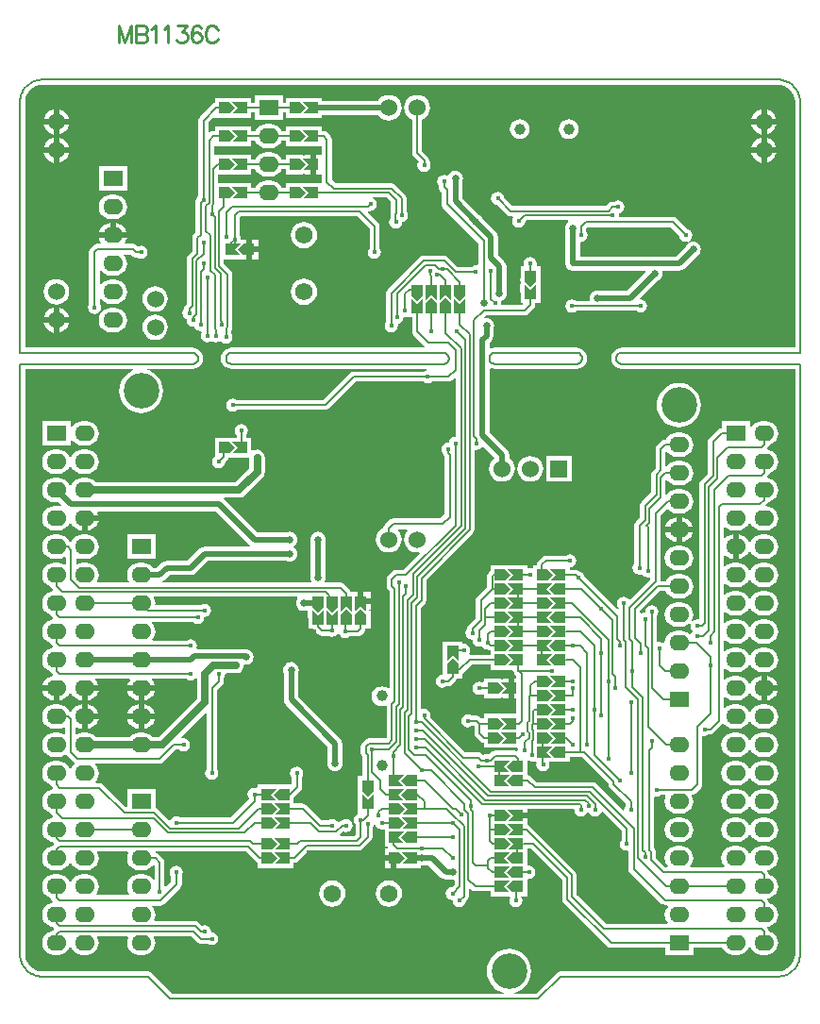
<source format=gbr>
%FSTAX23Y23*%
%MOIN*%
%SFA1B1*%

%IPPOS*%
%ADD26R,0.040000X0.032000*%
%ADD40C,0.005000*%
%ADD41C,0.008000*%
%ADD42C,0.020000*%
%ADD43C,0.025000*%
%ADD44C,0.010000*%
%ADD45O,0.070000X0.055000*%
%ADD46R,0.070000X0.055000*%
%ADD47C,0.060000*%
%ADD48R,0.060000X0.060000*%
%ADD49C,0.039370*%
%ADD50C,0.062000*%
%ADD51C,0.125980*%
%ADD52C,0.016000*%
%ADD53C,0.025000*%
%ADD54R,0.032000X0.040000*%
%LNmb1136-1*%
%LPD*%
G36*
X02261Y0303D02*
X02272Y03027D01*
X02283Y03021*
X02292Y03014*
X02299Y03004*
X02305Y02994*
X02309Y02982*
X0231Y02971*
X0231Y0297*
Y02102*
X01698*
X01697Y02102*
X01688Y02101*
X01679Y02097*
X01671Y02091*
X01665Y02084*
X01661Y02075*
X0166Y02065*
X01661Y02055*
X01665Y02046*
X01671Y02038*
X01679Y02032*
X01688Y02029*
X01697Y02027*
X01698Y02027*
X0231*
Y-0004*
X0231Y-00041*
X02309Y-00052*
X02305Y-00064*
X02299Y-00074*
X02292Y-00084*
X02283Y-00091*
X02272Y-00097*
X02261Y-001*
X02249Y-00101*
X02249Y-00101*
X01481*
X01474Y-00103*
X01468Y-00107*
X01395Y-0018*
X0132*
X01319Y-00175*
X01329Y-00172*
X01343Y-00165*
X01355Y-00155*
X01365Y-00143*
X01372Y-00129*
X01376Y-00115*
X01378Y-001*
X01376Y-00084*
X01372Y-0007*
X01365Y-00056*
X01355Y-00044*
X01343Y-00034*
X01329Y-00027*
X01315Y-00023*
X013Y-00021*
X01284Y-00023*
X0127Y-00027*
X01256Y-00034*
X01244Y-00044*
X01234Y-00056*
X01227Y-0007*
X01223Y-00084*
X01221Y-001*
X01223Y-00115*
X01227Y-00129*
X01234Y-00143*
X01244Y-00155*
X01256Y-00165*
X0127Y-00172*
X0128Y-00175*
X01279Y-0018*
X0011*
X00037Y-00107*
X00031Y-00103*
X00024Y-00101*
X-00349*
X-00349Y-00101*
X-00361Y-001*
X-00372Y-00097*
X-00383Y-00091*
X-00392Y-00084*
X-00399Y-00074*
X-00405Y-00064*
X-00409Y-00052*
X-0041Y-00041*
X-0041Y-0004*
Y-0004*
Y02027*
X-00029*
X-00028Y02022*
X-00029Y02022*
X-00043Y02015*
X-00055Y02005*
X-00065Y01993*
X-00072Y01979*
X-00076Y01965*
X-00078Y0195*
X-00076Y01934*
X-00072Y0192*
X-00065Y01906*
X-00055Y01894*
X-00043Y01884*
X-00029Y01877*
X-00015Y01873*
X0Y01871*
X00015Y01873*
X00029Y01877*
X00043Y01884*
X00055Y01894*
X00065Y01906*
X00072Y0192*
X00076Y01934*
X00078Y0195*
X00076Y01965*
X00072Y01979*
X00065Y01993*
X00055Y02005*
X00043Y02015*
X00029Y02022*
X00015Y02026*
X00015Y02027*
X00182*
X00182Y02027*
X00191Y02029*
X00201Y02032*
X00208Y02038*
X00214Y02046*
X00218Y02055*
X00219Y02065*
X00218Y02075*
X00214Y02084*
X00208Y02091*
X00201Y02097*
X00191Y02101*
X00182Y02102*
X00182Y02102*
X-0041*
Y0297*
X-0041Y02971*
X-00409Y02982*
X-00405Y02994*
X-00399Y03004*
X-00392Y03014*
X-00383Y03021*
X-00372Y03027*
X-00361Y0303*
X-00349Y03031*
X-00349Y03031*
X02249*
X02249Y03031*
X02261Y0303*
G37*
%LNmb1136-2*%
%LPC*%
G36*
X019Y01978D02*
X01884Y01976D01*
X0187Y01972*
X01856Y01965*
X01844Y01955*
X01834Y01943*
X01827Y01929*
X01823Y01915*
X01821Y019*
X01823Y01884*
X01827Y0187*
X01834Y01856*
X01844Y01844*
X01856Y01834*
X0187Y01827*
X01884Y01823*
X019Y01821*
X01915Y01823*
X01929Y01827*
X01943Y01834*
X01955Y01844*
X01965Y01856*
X01972Y0187*
X01976Y01884*
X01978Y019*
X01976Y01915*
X01972Y01929*
X01965Y01943*
X01955Y01955*
X01943Y01965*
X01929Y01972*
X01915Y01976*
X019Y01978*
G37*
G36*
X-00192Y01842D02*
X-00207D01*
X-00218Y01841*
X-00228Y01837*
X-00237Y0183*
X-00244Y01821*
X-00245Y0182*
X-0025Y01821*
Y01842*
X-0035*
Y01757*
X-0025*
Y01778*
X-00245Y01779*
X-00244Y01778*
X-00237Y01769*
X-00228Y01762*
X-00218Y01758*
X-00207Y01757*
X-00192*
X-00181Y01758*
X-00171Y01762*
X-00162Y01769*
X-00155Y01778*
X-00151Y01788*
X-00149Y018*
X-00151Y01811*
X-00155Y01821*
X-00162Y0183*
X-00171Y01837*
X-00181Y01841*
X-00192Y01842*
G37*
G36*
X0005Y0222D02*
X00038Y02218D01*
X00027Y02214*
X00017Y02207*
X0001Y02197*
X00006Y02186*
X00004Y02175*
X00006Y02163*
X0001Y02152*
X00017Y02142*
X00027Y02135*
X00038Y02131*
X0005Y02129*
X00061Y02131*
X00072Y02135*
X00082Y02142*
X00089Y02152*
X00093Y02163*
X00095Y02175*
X00093Y02186*
X00089Y02197*
X00082Y02207*
X00072Y02214*
X00061Y02218*
X0005Y0222*
G37*
G36*
X-00255Y0219D02*
X-0029D01*
Y02155*
X-00288Y02156*
X-00277Y0216*
X-00267Y02167*
X-0026Y02177*
X-00256Y02188*
X-00255Y0219*
G37*
G36*
X-0031D02*
X-00344D01*
X-00343Y02188*
X-00339Y02177*
X-00332Y02167*
X-00322Y0216*
X-00311Y02156*
X-0031Y02155*
Y0219*
G37*
G36*
X-00192Y01742D02*
X-00207D01*
X-00218Y01741*
X-00228Y01737*
X-00237Y0173*
X-00244Y01721*
X-00247Y01714*
X-00252*
X-00255Y01721*
X-00262Y0173*
X-00271Y01737*
X-00281Y01741*
X-00292Y01742*
X-00307*
X-00318Y01741*
X-00328Y01737*
X-00337Y0173*
X-00344Y01721*
X-00348Y01711*
X-0035Y017*
X-00348Y01688*
X-00344Y01678*
X-00337Y01669*
X-00328Y01662*
X-00318Y01658*
X-00307Y01657*
X-00292*
X-00281Y01658*
X-00271Y01662*
X-00262Y01669*
X-00255Y01678*
X-00252Y01685*
X-00247*
X-00244Y01678*
X-00237Y01669*
X-00228Y01662*
X-00218Y01658*
X-00207Y01657*
X-00192*
X-00181Y01658*
X-00171Y01662*
X-00162Y01669*
X-00155Y01678*
X-00151Y01688*
X-00149Y017*
X-00151Y01711*
X-00155Y01721*
X-00162Y0173*
X-00171Y01737*
X-00181Y01741*
X-00192Y01742*
G37*
G36*
X0189Y01502D02*
X01881Y01501D01*
X01871Y01497*
X01862Y0149*
X01855Y01481*
X01851Y01471*
X0185Y0147*
X0189*
Y01502*
G37*
G36*
X-0015Y0149D02*
X-0019D01*
Y01457*
X-00181Y01458*
X-00171Y01462*
X-00162Y01469*
X-00155Y01478*
X-00151Y01488*
X-0015Y0149*
G37*
G36*
X0191Y01502D02*
Y0147D01*
X01949*
X01948Y01471*
X01944Y01481*
X01937Y0149*
X01928Y01497*
X01918Y01501*
X0191Y01502*
G37*
G36*
X0152Y0172D02*
X0143D01*
Y0163*
X0152*
Y0172*
G37*
G36*
X01375Y0172D02*
X01363Y01718D01*
X01352Y01714*
X01342Y01707*
X01335Y01697*
X01331Y01686*
X01329Y01675*
X01331Y01663*
X01335Y01652*
X01342Y01642*
X01352Y01635*
X01363Y01631*
X01375Y01629*
X01386Y01631*
X01397Y01635*
X01407Y01642*
X01414Y01652*
X01418Y01663*
X0142Y01675*
X01418Y01686*
X01414Y01697*
X01407Y01707*
X01397Y01714*
X01386Y01718*
X01375Y0172*
G37*
G36*
X01907Y00442D02*
X01892D01*
X01881Y00441*
X01871Y00437*
X01862Y0043*
X01855Y00421*
X01851Y00411*
X01849Y004*
X01851Y00388*
X01855Y00378*
X01862Y00369*
X01871Y00362*
X01881Y00358*
X01892Y00357*
X01907*
X01918Y00358*
X01928Y00362*
X01937Y00369*
X01944Y00378*
X01948Y00388*
X0195Y004*
X01948Y00411*
X01944Y00421*
X01937Y0043*
X01928Y00437*
X01918Y00441*
X01907Y00442*
G37*
G36*
X-003Y02345D02*
X-00311Y02343D01*
X-00322Y02339*
X-00332Y02332*
X-00339Y02322*
X-00343Y02311*
X-00345Y023*
X-00343Y02288*
X-00339Y02277*
X-00332Y02267*
X-00322Y0226*
X-00311Y02256*
X-003Y02254*
X-00288Y02256*
X-00277Y0226*
X-00267Y02267*
X-0026Y02277*
X-00256Y02288*
X-00254Y023*
X-00256Y02311*
X-0026Y02322*
X-00267Y02332*
X-00277Y02339*
X-00288Y02343*
X-003Y02345*
G37*
G36*
X0126Y02653D02*
X01251Y02651D01*
X01243Y02646*
X01238Y02638*
X01236Y0263*
X01238Y02621*
X01243Y02613*
X01251Y02608*
X01257Y02606*
X01292Y02572*
X01298Y02568*
X01305Y02567*
X01313*
X01315Y02562*
X01313Y02558*
X01311Y0255*
X01313Y02541*
X01318Y02533*
X01326Y02528*
X01335Y02526*
X01343Y02528*
X01351Y02533*
X01356Y02541*
X01358Y02547*
X01362Y02552*
X01507*
X01509Y02547*
X01505Y02544*
X015Y02538*
X01498Y02532*
X01497Y02525*
X01498Y02517*
X01499Y02514*
Y024*
X01501Y0239*
X01506Y02381*
X01515Y02376*
X01525Y02374*
X01781*
X01783Y02369*
X01716Y02302*
X01622*
X01619Y02304*
X01612Y02305*
X01605Y02304*
X01598Y02301*
X01592Y02297*
X01588Y02291*
X01585Y02284*
X01584Y02277*
X01585Y02271*
X01582Y02267*
X01537*
X01531Y02271*
X01522Y02273*
X01513Y02271*
X01505Y02266*
X015Y02258*
X01499Y0225*
X015Y02241*
X01505Y02233*
X01513Y02228*
X01522Y02226*
X01531Y02228*
X01537Y02232*
X0175*
X01756Y02228*
X01765Y02226*
X01773Y02228*
X01781Y02233*
X01786Y02241*
X01788Y0225*
X01786Y02258*
X01781Y02266*
X01773Y02271*
X01765Y02273*
X01763Y02277*
X01825Y02339*
X01828Y0234*
X01834Y02345*
X01839Y02351*
X01841Y02357*
X01842Y02365*
X01841Y02372*
X01843Y02374*
X019*
X01909Y02376*
X01918Y02381*
X0196Y02424*
X01963Y02425*
X01969Y0243*
X01974Y02436*
X01976Y02442*
X01977Y0245*
X01976Y02457*
X01974Y02463*
X01969Y02469*
X01963Y02474*
X01957Y02476*
X0195Y02477*
X01942Y02476*
X01937Y02474*
X01934Y02478*
X01941Y02483*
X01946Y02491*
X01948Y025*
X01946Y02508*
X01941Y02516*
X01933Y02521*
X01927Y02523*
X01891Y02559*
X01885Y02563*
X01878Y02564*
X01691*
X01688Y02568*
X01688Y0257*
X01687Y02576*
X01693Y02578*
X01701Y02583*
X01706Y02591*
X01708Y026*
X01706Y02608*
X01701Y02616*
X01693Y02621*
X01685Y02623*
X01676Y02621*
X0167Y02617*
X01665*
X01658Y02616*
X01652Y02612*
X01642Y02602*
X01312*
X01283Y02632*
X01281Y02638*
X01276Y02646*
X01268Y02651*
X0126Y02653*
G37*
G36*
X-0005Y0249D02*
X-00149D01*
X-00148Y02488*
X-00144Y02478*
X-00141Y02473*
X-00143Y02469*
X-00155*
X-00162Y02467*
X-00168Y02463*
X-00178Y02453*
X-00182Y02447*
X-00184Y0244*
Y02257*
X-00186Y02253*
X-00188Y02245*
X-00186Y02236*
X-00181Y02228*
X-00173Y02223*
X-00165Y02221*
X-00156Y02223*
X-00148Y02228*
X-00143Y02236*
X-00141Y02245*
X-00143Y02253*
X-00145Y02257*
Y02272*
X-0014Y02273*
X-00137Y02269*
X-00128Y02262*
X-00118Y02258*
X-00107Y02257*
X-00092*
X-00081Y02258*
X-00071Y02262*
X-00062Y02269*
X-00055Y02278*
X-00051Y02288*
X-00049Y023*
X-00051Y02311*
X-00055Y02321*
X-00062Y0233*
X-00071Y02337*
X-00081Y02341*
X-00092Y02342*
X-00107*
X-00118Y02341*
X-00128Y02337*
X-00137Y0233*
X-0014Y02326*
X-00145Y02327*
Y02372*
X-0014Y02373*
X-00137Y02369*
X-00128Y02362*
X-00118Y02358*
X-00107Y02357*
X-00092*
X-00081Y02358*
X-00071Y02362*
X-00062Y02369*
X-00055Y02378*
X-00051Y02388*
X-00049Y024*
X-00051Y02411*
X-00055Y02421*
X-00062Y0243*
X-00062Y0243*
X-00038*
X-00033Y02426*
X-00027Y02422*
X-0002Y0242*
X-00012*
X-00008Y02418*
X0Y02416*
X00008Y02418*
X00016Y02423*
X00021Y02431*
X00023Y0244*
X00021Y02448*
X00016Y02456*
X00008Y02461*
X0Y02463*
X-00008Y02461*
X-00012Y02459*
X-00016Y02463*
X-00022Y02467*
X-0003Y02469*
X-00056*
X-00058Y02473*
X-00055Y02478*
X-00051Y02488*
X-0005Y0249*
G37*
G36*
X00414Y0244D02*
X00393D01*
Y02415*
X00414*
Y0244*
G37*
G36*
X00575Y02346D02*
X00563Y02344D01*
X00552Y02339*
X00542Y02332*
X00535Y02322*
X0053Y02311*
X00528Y02299*
X0053Y02287*
X00535Y02276*
X00542Y02266*
X00552Y02259*
X00563Y02254*
X00575Y02253*
X00587Y02254*
X00598Y02259*
X00608Y02266*
X00615Y02276*
X0062Y02287*
X00621Y02299*
X0062Y02311*
X00615Y02322*
X00608Y02332*
X00598Y02339*
X00587Y02344*
X00575Y02346*
G37*
G36*
X-0031Y02244D02*
X-00311Y02243D01*
X-00322Y02239*
X-00332Y02232*
X-00339Y02222*
X-00343Y02211*
X-00344Y0221*
X-0031*
Y02244*
G37*
G36*
X-00092Y02242D02*
X-00107D01*
X-00118Y02241*
X-00128Y02237*
X-00137Y0223*
X-00144Y02221*
X-00148Y02211*
X-0015Y022*
X-00148Y02188*
X-00144Y02178*
X-00137Y02169*
X-00128Y02162*
X-00118Y02158*
X-00107Y02157*
X-00092*
X-00081Y02158*
X-00071Y02162*
X-00062Y02169*
X-00055Y02178*
X-00051Y02188*
X-00049Y022*
X-00051Y02211*
X-00055Y02221*
X-00062Y0223*
X-00071Y02237*
X-00081Y02241*
X-00092Y02242*
G37*
G36*
X-0029Y02244D02*
Y0221D01*
X-00255*
X-00256Y02211*
X-0026Y02222*
X-00267Y02232*
X-00277Y02239*
X-00288Y02243*
X-0029Y02244*
G37*
G36*
X02207Y00442D02*
X02192D01*
X02181Y00441*
X02171Y00437*
X02162Y0043*
X02155Y00421*
X02152Y00414*
X02147*
X02144Y00421*
X02137Y0043*
X02128Y00437*
X02118Y00441*
X02107Y00442*
X02092*
X02081Y00441*
X02071Y00437*
X02062Y0043*
X02055Y00421*
X02051Y00411*
X02049Y004*
X02051Y00388*
X02055Y00378*
X02062Y00369*
X02071Y00362*
X02081Y00358*
X02092Y00357*
X02107*
X02118Y00358*
X02128Y00362*
X02137Y00369*
X02144Y00378*
X02147Y00385*
X02152*
X02155Y00378*
X02162Y00369*
X02171Y00362*
X02181Y00358*
X02192Y00357*
X02207*
X02218Y00358*
X02228Y00362*
X02237Y00369*
X02244Y00378*
X02248Y00388*
X0225Y004*
X02248Y00411*
X02244Y00421*
X02237Y0043*
X02228Y00437*
X02218Y00441*
X02207Y00442*
G37*
G36*
X0005Y0232D02*
X00038Y02318D01*
X00027Y02314*
X00017Y02307*
X0001Y02297*
X00006Y02286*
X00004Y02275*
X00006Y02263*
X0001Y02252*
X00017Y02242*
X00027Y02235*
X00038Y02231*
X0005Y02229*
X00061Y02231*
X00072Y02235*
X00082Y02242*
X00089Y02252*
X00093Y02263*
X00095Y02275*
X00093Y02286*
X00089Y02297*
X00082Y02307*
X00072Y02314*
X00061Y02318*
X0005Y0232*
G37*
G36*
X01949Y0145D02*
X0191D01*
Y01417*
X01918Y01418*
X01928Y01422*
X01937Y01429*
X01944Y01438*
X01948Y01448*
X01949Y0145*
G37*
G36*
X01261Y00935D02*
X01251D01*
X01249Y00935*
X0121*
Y00922*
X01205Y0092*
X01203Y00921*
X01195Y00923*
X01186Y00921*
X01178Y00916*
X01173Y00908*
X01171Y009*
X01173Y00891*
X01178Y00883*
X01186Y00878*
X01195Y00876*
X01203Y00878*
X01205Y00879*
X0121Y00877*
Y00865*
X01249*
X01251Y00864*
X01261*
X01262Y00865*
X01272*
Y00866*
X01276Y00868*
X01277Y00868*
Y00865*
X01298*
Y0088*
X01271*
X01291Y009*
X01271Y0092*
X01298*
Y00935*
X01277*
Y00931*
X01276Y00931*
X01272Y00933*
Y00935*
X01262*
X01261Y00935*
G37*
G36*
X0221Y00942D02*
Y0091D01*
X02249*
X02248Y00911*
X02244Y00921*
X02237Y0093*
X02228Y00937*
X02218Y00941*
X0221Y00942*
G37*
G36*
X-0001Y00842D02*
X-00018Y00841D01*
X-00028Y00837*
X-00037Y0083*
X-00044Y00821*
X-00048Y00811*
X-00049Y0081*
X-0001*
Y00842*
G37*
G36*
X00049Y0079D02*
X0001D01*
Y00757*
X00018Y00758*
X00028Y00762*
X00037Y00769*
X00044Y00778*
X00048Y00788*
X00049Y0079*
G37*
G36*
X-0019Y00842D02*
Y0081D01*
X-0015*
X-00151Y00811*
X-00155Y00821*
X-00162Y0083*
X-00171Y00837*
X-00181Y00841*
X-0019Y00842*
G37*
G36*
X0001D02*
Y0081D01*
X00049*
X00048Y00811*
X00044Y00821*
X00037Y0083*
X00028Y00837*
X00018Y00841*
X0001Y00842*
G37*
G36*
X-0015Y0089D02*
X-0019D01*
Y00857*
X-00181Y00858*
X-00171Y00862*
X-00162Y00869*
X-00155Y00878*
X-00151Y00888*
X-0015Y0089*
G37*
G36*
X-0031D02*
X-00349D01*
X-00348Y00888*
X-00344Y00878*
X-00337Y00869*
X-00328Y00862*
X-00318Y00858*
X-0031Y00857*
Y0089*
G37*
G36*
X-0001D02*
X-00049D01*
X-00048Y00888*
X-00044Y00878*
X-00037Y00869*
X-00028Y00862*
X-00018Y00858*
X-0001Y00857*
Y0089*
G37*
G36*
X02249D02*
X0221D01*
Y00857*
X02218Y00858*
X02228Y00862*
X02237Y00869*
X02244Y00878*
X02248Y00888*
X02249Y0089*
G37*
G36*
X00049D02*
X0001D01*
Y00857*
X00018Y00858*
X00028Y00862*
X00037Y00869*
X00044Y00878*
X00048Y00888*
X00049Y0089*
G37*
G36*
X01907Y01402D02*
X01892D01*
X01881Y01401*
X01871Y01397*
X01862Y0139*
X01855Y01381*
X01851Y01371*
X01849Y0136*
X01851Y01348*
X01855Y01338*
X01862Y01329*
X01871Y01322*
X01881Y01318*
X01892Y01317*
X01907*
X01918Y01318*
X01928Y01322*
X01937Y01329*
X01944Y01338*
X01948Y01348*
X0195Y0136*
X01948Y01371*
X01944Y01381*
X01937Y0139*
X01928Y01397*
X01918Y01401*
X01907Y01402*
G37*
G36*
X0081Y01239D02*
X00785D01*
Y01218*
X0081*
Y01239*
G37*
G36*
X0005Y01442D02*
X-0005D01*
Y01357*
X0005*
Y01442*
G37*
G36*
X0189Y0145D02*
X0185D01*
X01851Y01448*
X01855Y01438*
X01862Y01429*
X01871Y01422*
X01881Y01418*
X0189Y01417*
Y0145*
G37*
G36*
X02207Y01442D02*
X02192D01*
X02181Y01441*
X02171Y01437*
X02162Y0143*
X02155Y01421*
X02152Y01414*
X02147*
X02144Y01421*
X02137Y0143*
X02128Y01437*
X02118Y01441*
X0211Y01442*
Y01399*
Y01357*
X02118Y01358*
X02128Y01362*
X02137Y01369*
X02144Y01378*
X02147Y01385*
X02152*
X02155Y01378*
X02162Y01369*
X02171Y01362*
X02181Y01358*
X02192Y01357*
X02207*
X02218Y01358*
X02228Y01362*
X02237Y01369*
X02244Y01378*
X02248Y01388*
X0225Y014*
X02248Y01411*
X02244Y01421*
X02237Y0143*
X02228Y01437*
X02218Y01441*
X02207Y01442*
G37*
G36*
Y00542D02*
X02192D01*
X02181Y00541*
X02171Y00537*
X02162Y0053*
X02155Y00521*
X02152Y00514*
X02147*
X02144Y00521*
X02137Y0053*
X02128Y00537*
X02118Y00541*
X02107Y00542*
X02092*
X02081Y00541*
X02071Y00537*
X02062Y0053*
X02055Y00521*
X02051Y00511*
X02049Y005*
X02051Y00488*
X02055Y00478*
X02062Y00469*
X02071Y00462*
X02081Y00458*
X02092Y00457*
X02107*
X02118Y00458*
X02128Y00462*
X02137Y00469*
X02144Y00478*
X02147Y00485*
X02152*
X02155Y00478*
X02162Y00469*
X02171Y00462*
X02181Y00458*
X02192Y00457*
X02207*
X02218Y00458*
X02228Y00462*
X02237Y00469*
X02244Y00478*
X02248Y00488*
X0225Y005*
X02248Y00511*
X02244Y00521*
X02237Y0053*
X02228Y00537*
X02218Y00541*
X02207Y00542*
G37*
G36*
X-0015Y0079D02*
X-0019D01*
Y00757*
X-00181Y00758*
X-00171Y00762*
X-00162Y00769*
X-00155Y00778*
X-00151Y00788*
X-0015Y0079*
G37*
G36*
X-0001D02*
X-00049D01*
X-00048Y00788*
X-00044Y00778*
X-00037Y00769*
X-00028Y00762*
X-00018Y00758*
X-0001Y00757*
Y0079*
G37*
G36*
X02207Y00742D02*
X02192D01*
X02181Y00741*
X02171Y00737*
X02162Y0073*
X02155Y00721*
X02152Y00714*
X02147*
X02144Y00721*
X02137Y0073*
X02128Y00737*
X02118Y00741*
X02107Y00742*
X02092*
X02081Y00741*
X02071Y00737*
X02062Y0073*
X02055Y00721*
X02051Y00711*
X02049Y007*
X02051Y00688*
X02055Y00678*
X02062Y00669*
X02071Y00662*
X02081Y00658*
X02092Y00657*
X02107*
X02118Y00658*
X02128Y00662*
X02137Y00669*
X02144Y00678*
X02147Y00685*
X02152*
X02155Y00678*
X02162Y00669*
X02171Y00662*
X02181Y00658*
X02192Y00657*
X02207*
X02218Y00658*
X02228Y00662*
X02237Y00669*
X02244Y00678*
X02248Y00688*
X0225Y007*
X02248Y00711*
X02244Y00721*
X02237Y0073*
X02228Y00737*
X02218Y00741*
X02207Y00742*
G37*
G36*
X0053Y00992D02*
X00522Y00991D01*
X00516Y00989*
X0051Y00984*
X00505Y00978*
X00503Y00972*
X00502Y00965*
X00503Y00957*
X00504Y00954*
Y0086*
X00506Y0085*
X00511Y00841*
X00659Y00694*
Y00645*
X00658Y00642*
X00657Y00635*
X00658Y00627*
X0066Y00621*
X00665Y00615*
X00671Y0061*
X00677Y00608*
X00685Y00607*
X00692Y00608*
X00698Y0061*
X00704Y00615*
X00709Y00621*
X00711Y00627*
X00712Y00635*
X00711Y00642*
X0071Y00645*
Y00705*
X00708Y00714*
X00703Y00723*
X00555Y0087*
Y00954*
X00556Y00957*
X00557Y00965*
X00556Y00972*
X00554Y00978*
X00549Y00984*
X00543Y00989*
X00537Y00991*
X0053Y00992*
G37*
G36*
X02207Y00642D02*
X02192D01*
X02181Y00641*
X02171Y00637*
X02162Y0063*
X02155Y00621*
X02152Y00614*
X02147*
X02144Y00621*
X02137Y0063*
X02128Y00637*
X02118Y00641*
X02107Y00642*
X02092*
X02081Y00641*
X02071Y00637*
X02062Y0063*
X02055Y00621*
X02051Y00611*
X02049Y006*
X02051Y00588*
X02055Y00578*
X02062Y00569*
X02071Y00562*
X02081Y00558*
X02092Y00557*
X02107*
X02118Y00558*
X02128Y00562*
X02137Y00569*
X02144Y00578*
X02147Y00585*
X02152*
X02155Y00578*
X02162Y00569*
X02171Y00562*
X02181Y00558*
X02192Y00557*
X02207*
X02218Y00558*
X02228Y00562*
X02237Y00569*
X02244Y00578*
X02248Y00588*
X0225Y006*
X02248Y00611*
X02244Y00621*
X02237Y0063*
X02228Y00637*
X02218Y00641*
X02207Y00642*
G37*
G36*
X-00255Y0289D02*
X-0029D01*
Y02855*
X-00288Y02856*
X-00277Y0286*
X-00267Y02867*
X-0026Y02877*
X-00256Y02888*
X-00255Y0289*
G37*
G36*
X0219D02*
X02155D01*
X02156Y02888*
X0216Y02877*
X02167Y02867*
X02177Y0286*
X02188Y02856*
X0219Y02855*
Y0289*
G37*
G36*
X-0031Y0279D02*
X-00344D01*
X-00343Y02788*
X-00339Y02777*
X-00332Y02767*
X-00322Y0276*
X-00311Y02756*
X-0031Y02755*
Y0279*
G37*
G36*
Y0289D02*
X-00344D01*
X-00343Y02888*
X-00339Y02877*
X-00332Y02867*
X-00322Y0286*
X-00311Y02856*
X-0031Y02855*
Y0289*
G37*
G36*
X-0005Y02742D02*
X-0015D01*
Y02657*
X-0005*
Y02742*
G37*
G36*
X01338Y02909D02*
X01329Y02908D01*
X0132Y02905*
X01313Y02899*
X01308Y02892*
X01304Y02884*
X01303Y02875*
X01304Y02865*
X01308Y02857*
X01313Y0285*
X0132Y02844*
X01329Y02841*
X01338Y0284*
X01347Y02841*
X01355Y02844*
X01363Y0285*
X01368Y02857*
X01372Y02865*
X01373Y02875*
X01372Y02884*
X01368Y02892*
X01363Y02899*
X01355Y02905*
X01347Y02908*
X01338Y02909*
G37*
G36*
X00975Y02995D02*
X00963Y02993D01*
X00952Y02989*
X00942Y02982*
X00935Y02972*
X00931Y02961*
X00929Y0295*
X00931Y02938*
X00935Y02927*
X00942Y02917*
X00952Y0291*
X00957Y02908*
Y0279*
X00958Y02783*
X00962Y02777*
X0098Y02759*
X00978Y02756*
X00976Y02747*
X00978Y02738*
X00983Y0273*
X00991Y02725*
X01Y02724*
X01008Y02725*
X01016Y0273*
X01021Y02738*
X01023Y02747*
X01021Y02756*
X01017Y02762*
Y02765*
X01016Y02771*
X01012Y02777*
X00992Y02797*
Y02908*
X00997Y0291*
X01007Y02917*
X01014Y02927*
X01018Y02938*
X0102Y0295*
X01018Y02961*
X01014Y02972*
X01007Y02982*
X00997Y02989*
X00986Y02993*
X00975Y02995*
G37*
G36*
X0111Y02727D02*
X01102Y02726D01*
X01096Y02724*
X0109Y02719*
X01085Y02713*
X01085Y02712*
X0108Y0271*
X01078Y02711*
X0107Y02713*
X01061Y02711*
X01053Y02706*
X01048Y02698*
X01046Y0269*
X01048Y02681*
X0105Y02677*
Y0267*
X01052Y02662*
X01056Y02656*
X0106Y02651*
Y0261*
X01062Y02602*
X01066Y02596*
X0119Y02471*
Y02397*
X01186Y02393*
X01183Y02394*
X01174Y02392*
X01169Y02388*
X01117*
X01083Y02423*
X01077Y02426*
X0107Y02428*
X00999*
X00992Y02426*
X00986Y02423*
X00871Y02308*
X00868Y02302*
X00866Y02295*
Y02193*
X00863Y02188*
X00861Y0218*
X00863Y02171*
X00868Y02163*
X00876Y02158*
X00885Y02156*
X00893Y02158*
X00901Y02163*
X00906Y02171*
X00908Y0218*
X00907Y02186*
X00913Y02188*
X00921Y02193*
X00926Y02201*
X00928Y02209*
X00932Y02209*
X00939Y0221*
X0094Y0221*
X00957*
Y0216*
X00958Y02153*
X00962Y02147*
X01002Y02107*
X01001Y02106*
X00999Y02102*
X0032*
X00319Y02102*
X0031Y02101*
X00301Y02097*
X00293Y02091*
X00287Y02084*
X00283Y02075*
X00282Y02065*
X00283Y02055*
X00287Y02046*
X00293Y02038*
X00301Y02032*
X0031Y02029*
X00319Y02027*
X0032Y02027*
X01009*
X0101Y02022*
X01004Y02021*
X00998Y02017*
X0075*
X00743Y02016*
X00737Y02012*
X00642Y01917*
X00339*
X00333Y01921*
X00325Y01923*
X00316Y01921*
X00308Y01916*
X00303Y01908*
X00301Y019*
X00303Y01891*
X00308Y01883*
X00316Y01878*
X00325Y01876*
X00333Y01878*
X00339Y01882*
X0065*
X00656Y01883*
X00662Y01887*
X00757Y01982*
X00998*
X01004Y01978*
X01013Y01976*
X01022Y01978*
X01028Y01982*
X01085*
X01091Y01983*
X01097Y01987*
X01108Y01997*
X01112Y01995*
Y0179*
X0111Y01788*
X01101Y01786*
X01093Y01781*
X01088Y01773*
X01087Y01768*
X01085Y01768*
X01076Y01766*
X01068Y01761*
X01063Y01753*
X01061Y01745*
X01063Y01736*
X01065Y01732*
Y0173*
X01067Y01722*
X0107Y01717*
Y01513*
X01056Y01499*
X0089*
X00882Y01497*
X00876Y01493*
X00861Y01478*
X00857Y01472*
X00855Y01465*
X00852Y01464*
X00842Y01457*
X00835Y01447*
X00831Y01436*
X00829Y01425*
X00831Y01413*
X00835Y01402*
X00842Y01392*
X00852Y01385*
X00863Y01381*
X00875Y01379*
X00886Y01381*
X00897Y01385*
X00907Y01392*
X00914Y01402*
X00918Y01413*
X0092Y01425*
X00918Y01436*
X00914Y01447*
X00907Y01457*
X00908Y0146*
X00939*
X00942Y01456*
X00935Y01447*
X00931Y01436*
X00929Y01425*
X00931Y01413*
X00935Y01402*
X00942Y01392*
X00952Y01385*
X00963Y01381*
X00975Y01379*
X00983Y0138*
X00986Y01376*
X00927Y01317*
X009*
X00893Y01316*
X00887Y01312*
X00872Y01297*
X00868Y01291*
X00867Y01285*
Y0126*
X00868Y01253*
X00872Y01247*
X00877Y01242*
Y009*
X00872Y00898*
X00867Y00902*
X00859Y00905*
X0085Y00907*
X0084Y00905*
X00832Y00902*
X00825Y00896*
X00819Y00889*
X00816Y00881*
X00815Y00872*
X00816Y00862*
X00819Y00854*
X00825Y00847*
X00832Y00841*
X0084Y00838*
X0085Y00837*
X00859Y00838*
X00863Y00839*
X00867Y00837*
Y00723*
X00866Y00723*
X00806*
X00799Y00721*
X00796Y0072*
X00793Y00718*
X00781Y00706*
X00778Y007*
X00776Y00693*
Y0067*
X00778Y00663*
X00781Y00657*
X00782Y00657*
Y00589*
X00765*
Y0055*
X00764Y00548*
Y00538*
X00765Y00537*
Y0053*
X00764Y00528*
Y00498*
X00765Y00497*
Y0046*
X00764Y00455*
X00764Y00455*
X00758Y00451*
X00753Y00443*
X00751Y00435*
X00753Y00426*
X00757Y0042*
Y00382*
X00752Y00377*
X00704*
X00704Y00378*
X00702Y00382*
X00714Y00394*
X00716Y00393*
X00725Y00391*
X00733Y00393*
X00741Y00398*
X00746Y00406*
X00748Y00415*
X00746Y00423*
X00741Y00431*
X00733Y00436*
X00725Y00438*
X00716Y00436*
X0071Y00432*
X0071*
X00703Y00431*
X007Y00429*
X00697Y00427*
X00691Y00431*
X00691Y00431*
X00683Y00436*
X00675Y00438*
X00666Y00436*
X0066Y00432*
X00637*
X00582Y00487*
X00576Y00491*
X0057Y00492*
X00539*
Y00512*
X00563Y00536*
X00567Y00542*
X00569Y0055*
Y00587*
X00571Y00591*
X00573Y006*
X00571Y00608*
X00566Y00616*
X00558Y00621*
X0055Y00623*
X00541Y00621*
X00533Y00616*
X00528Y00608*
X00526Y006*
X00528Y00591*
X0053Y00587*
Y0056*
X005*
X00498Y0056*
X00488*
X00487Y0056*
X0048*
X00478Y0056*
X00448*
X00447Y0056*
X0041*
Y0055*
X00406Y00547*
X004Y00548*
X00391Y00546*
X00383Y00541*
X00378Y00533*
X00376Y00525*
X00378Y00516*
X0038Y00512*
Y00508*
X00316Y00444*
X00137*
X00133Y00446*
X00125Y00448*
X00116Y00446*
X00108Y00441*
X00103Y00433*
X00098Y00432*
X00058Y00472*
X00053Y00476*
X0005Y00477*
Y00542*
X-0005*
Y00481*
X-00054Y00479*
X-00134Y0056*
X-0014Y00563*
X-00147Y00565*
X-00159*
X-00162Y00569*
X-00155Y00578*
X-00151Y00588*
X-00149Y006*
X-00151Y00611*
X-00155Y00621*
X-00162Y0063*
X-00161Y00632*
X00065*
X00071Y00633*
X00077Y00637*
X00122Y00682*
X00135*
X00141Y00678*
X0015Y00676*
X00158Y00678*
X00166Y00683*
X00171Y00691*
X00173Y007*
X00171Y00708*
X00166Y00716*
X00158Y00721*
X0015Y00723*
X00143Y00722*
X0014Y00726*
X00227Y00813*
X00232Y00811*
Y00614*
X00228Y00608*
X00226Y006*
X00228Y00591*
X00233Y00583*
X00241Y00578*
X0025Y00576*
X00258Y00578*
X00266Y00583*
X00271Y00591*
X00273Y006*
X00271Y00608*
X00267Y00614*
Y00892*
X00287Y00912*
X00291Y00918*
X00292Y00925*
Y00935*
X00296Y00941*
X00298Y0095*
X003Y00952*
X00335*
X00342Y00953*
X00348Y00955*
X00354Y0096*
X00359Y00966*
X00361Y00972*
X00362Y00979*
X00366Y00982*
X0037Y00982*
X00377Y00983*
X00383Y00985*
X00389Y0099*
X00394Y00996*
X00396Y01002*
X00397Y0101*
X00396Y01017*
X00394Y01023*
X00389Y01029*
X00383Y01034*
X00377Y01036*
X0037Y01037*
X00369Y01037*
X00367Y01037*
X002*
X00196Y01041*
X00198Y0105*
X00196Y01058*
X00191Y01066*
X00183Y01071*
X00175Y01073*
X00166Y01071*
X0016Y01067*
X00042*
X00039Y01072*
X00044Y01078*
X00048Y01088*
X0005Y011*
X00048Y01111*
X00044Y01121*
X00037Y0113*
X00038Y01132*
X00185*
X00191Y01128*
X002Y01126*
X00208Y01128*
X00216Y01133*
X00221Y01141*
X00223Y0115*
X00225Y01151*
X00233Y01153*
X00241Y01158*
X00246Y01166*
X00248Y01175*
X00246Y01183*
X00241Y01191*
X00233Y01196*
X00225Y01198*
X00216Y01196*
X0021Y01192*
X00053*
X00049Y01196*
X0005Y012*
X00048Y01211*
X00044Y01221*
X00044Y01222*
X00551*
X00553Y01217*
X0055Y01213*
X00548Y01207*
X00547Y012*
X00548Y01192*
X0055Y01186*
X00555Y0118*
X00561Y01175*
X00567Y01173*
X00575Y01172*
X00582Y01173*
X00585Y01174*
X00589*
Y01148*
X0059Y01147*
Y0111*
X00608*
X00608Y01109*
X00612Y01103*
X00624Y01091*
X00627Y01089*
X0063Y01087*
X00637Y01085*
X0066*
X00666Y01082*
X00675Y0108*
X00683Y01082*
X00691Y01087*
X00695Y01092*
X007Y01091*
X007Y01091*
X00705Y01083*
X00713Y01078*
X00722Y01076*
X00731Y01078*
X00736Y01082*
X00765*
X00771Y01083*
X00777Y01087*
X00787Y01097*
X00791Y01103*
X00792Y0111*
Y0111*
X0081*
Y01149*
X0081Y01151*
Y01161*
X0081Y01162*
Y01172*
X00808*
X00806Y01176*
X00806Y01177*
X0081*
Y01198*
X00795*
Y01171*
X00775Y01191*
X00755Y01171*
Y01201*
X00774*
Y01208*
X00765*
Y01239*
X00741*
X00741Y01241*
X00739Y01244*
X00737Y01247*
X00717Y01267*
X00711Y01271*
X00705Y01272*
X00652*
X00649Y01277*
X00651Y01282*
X00652Y0129*
X00651Y01297*
X0065Y013*
Y01414*
X00651Y01417*
X00652Y01425*
X00651Y01432*
X00649Y01438*
X00644Y01444*
X00638Y01449*
X00632Y01451*
X00625Y01452*
X00617Y01451*
X00611Y01449*
X00605Y01444*
X006Y01438*
X00598Y01432*
X00597Y01425*
X00598Y01417*
X00599Y01414*
Y013*
X00598Y01297*
X00597Y0129*
X00598Y01282*
X006Y01277*
X00597Y01272*
X00077*
X00076Y01277*
X00083Y01281*
X001Y01299*
X00175*
X00184Y01301*
X00193Y01306*
X00235Y01349*
X00514*
X00517Y01348*
X00525Y01347*
X00532Y01348*
X00538Y0135*
X00544Y01355*
X00549Y01361*
X00551Y01367*
X00552Y01375*
X00551Y01382*
X00549Y01388*
X00544Y01394*
X00538Y01399*
Y014*
X00544Y01405*
X00549Y01411*
X00551Y01417*
X00552Y01425*
X00551Y01432*
X00549Y01438*
X00544Y01444*
X00538Y01449*
X00532Y01451*
X00525Y01452*
X00517Y01451*
X00514Y0145*
X0041*
X00293Y01568*
X00294Y01572*
X00345*
X00352Y01573*
X00358Y01575*
X00364Y0158*
X00429Y01645*
X00434Y01651*
X00436Y01657*
X00437Y01665*
Y01715*
X00436Y01722*
X00434Y01728*
X00429Y01734*
X00423Y01739*
X00417Y01741*
X0041Y01742*
X00402Y01741*
X00396Y01739*
X00394Y01737*
X00389Y01739*
Y01785*
X00372*
Y01795*
X00376Y01801*
X00378Y0181*
X00376Y01818*
X00371Y01826*
X00363Y01831*
X00355Y01833*
X00346Y01831*
X00338Y01826*
X00333Y01818*
X00331Y0181*
X00333Y01801*
X00337Y01795*
Y01785*
X00321*
X00319Y01785*
X00312*
X00311Y01785*
X00301*
X00299Y01785*
X0026*
Y01717*
X00258Y01716*
X00253Y01708*
X00251Y017*
X00253Y01691*
X00258Y01683*
X00266Y01678*
X00275Y01676*
X00283Y01678*
X00291Y01683*
X00296Y01691*
X00298Y01697*
X00303Y01703*
X00305Y01706*
X00307Y01709*
X00308Y01714*
X00311*
X00312Y01715*
X00319*
X00321Y01714*
X00351*
X00352Y01715*
X00382*
Y01676*
X00333Y01627*
X-0016*
X-00162Y0163*
X-00171Y01637*
X-00181Y01641*
X-00192Y01642*
X-00207*
X-00218Y01641*
X-00228Y01637*
X-00237Y0163*
X-00244Y01621*
X-00247Y01614*
X-00252*
X-00255Y01621*
X-00262Y0163*
X-00271Y01637*
X-00281Y01641*
X-00292Y01642*
X-00307*
X-00318Y01641*
X-00328Y01637*
X-00337Y0163*
X-00344Y01621*
X-00348Y01611*
X-0035Y016*
X-00348Y01588*
X-00344Y01578*
X-00337Y01569*
X-00328Y01562*
X-00318Y01558*
X-00307Y01557*
X-00293*
X-00282Y01546*
X-00284Y01541*
X-00292Y01542*
X-00307*
X-00318Y01541*
X-00328Y01537*
X-00337Y0153*
X-00344Y01521*
X-00348Y01511*
X-0035Y015*
X-00348Y01488*
X-00344Y01478*
X-00337Y01469*
X-00328Y01462*
X-00318Y01458*
X-00307Y01457*
X-00292*
X-00281Y01458*
X-00271Y01462*
X-00262Y01469*
X-00255Y01478*
X-00252Y01485*
X-00247*
X-00244Y01478*
X-00237Y01469*
X-00228Y01462*
X-00218Y01458*
X-0021Y01457*
Y015*
X-002*
Y0151*
X-0015*
X-00151Y01511*
X-00155Y01521*
X-00153Y01524*
X00264*
X00381Y01406*
X00384Y01405*
X00383Y014*
X00225*
X00215Y01398*
X00206Y01393*
X00164Y0135*
X0009*
X0008Y01348*
X00071Y01343*
X00054Y01325*
X00041*
X00037Y0133*
X00028Y01337*
X00018Y01341*
X00007Y01342*
X-00007*
X-00018Y01341*
X-00028Y01337*
X-00037Y0133*
X-00044Y01321*
X-00048Y01311*
X-0005Y013*
X-00048Y01288*
X-00044Y01278*
X-00043Y01277*
X-00045Y01272*
X-00154*
X-00156Y01277*
X-00155Y01278*
X-00151Y01288*
X-00149Y013*
X-00151Y01311*
X-00155Y01321*
X-00162Y0133*
X-00171Y01337*
X-00181Y01341*
X-00192Y01342*
X-00207*
X-00218Y01341*
X-00225Y01338*
X-00229Y01341*
Y01358*
X-00225Y01361*
X-00218Y01358*
X-00207Y01357*
X-00192*
X-00181Y01358*
X-00171Y01362*
X-00162Y01369*
X-00155Y01378*
X-00151Y01388*
X-00149Y014*
X-00151Y01411*
X-00155Y01421*
X-00162Y0143*
X-00171Y01437*
X-00181Y01441*
X-00192Y01442*
X-00207*
X-00218Y01441*
X-00228Y01437*
X-00237Y0143*
X-00244Y01421*
X-00246Y01416*
X-00251Y01415*
X-00253Y01416*
X-00253Y01416*
X-00255Y01421*
X-00262Y0143*
X-00271Y01437*
X-00281Y01441*
X-00292Y01442*
X-00307*
X-00318Y01441*
X-00328Y01437*
X-00337Y0143*
X-00344Y01421*
X-00348Y01411*
X-0035Y014*
X-00348Y01388*
X-00344Y01378*
X-00337Y01369*
X-00328Y01362*
X-00318Y01358*
X-00307Y01357*
X-00292*
X-00281Y01358*
X-00271Y01362*
X-00269Y01363*
X-00265Y01361*
Y01338*
X-00269Y01336*
X-00271Y01337*
X-00281Y01341*
X-00292Y01342*
X-00307*
X-00318Y01341*
X-00328Y01337*
X-00337Y0133*
X-00344Y01321*
X-00348Y01311*
X-0035Y013*
X-00348Y01288*
X-00344Y01278*
X-00337Y01269*
X-00328Y01262*
X-00318Y01258*
X-00317Y01258*
X-00316Y01253*
X-00312Y01247*
X-00312Y01246*
X-00313Y01242*
X-00318Y01241*
X-00328Y01237*
X-00337Y0123*
X-00344Y01221*
X-00348Y01211*
X-0035Y012*
X-00348Y01188*
X-00344Y01178*
X-00337Y01169*
X-00328Y01162*
X-00318Y01158*
X-00317Y01158*
X-00316Y01153*
X-00312Y01147*
X-00312Y01146*
X-00313Y01142*
X-00318Y01141*
X-00328Y01137*
X-00337Y0113*
X-00344Y01121*
X-00348Y01111*
X-0035Y011*
X-00348Y01088*
X-00344Y01078*
X-00337Y01069*
X-00328Y01062*
X-00318Y01058*
X-00317Y01058*
X-00316Y01053*
X-00312Y01047*
X-00312Y01046*
X-00313Y01042*
X-00318Y01041*
X-00328Y01037*
X-00337Y0103*
X-00344Y01021*
X-00348Y01011*
X-0035Y01*
X-00348Y00988*
X-00344Y00978*
X-00337Y00969*
X-00328Y00962*
X-00318Y00958*
X-00317Y00958*
X-00316Y00953*
X-00312Y00947*
X-00312Y00946*
X-00313Y00942*
X-00318Y00941*
X-00328Y00937*
X-00337Y0093*
X-00344Y00921*
X-00348Y00911*
X-00349Y0091*
X-00299*
Y009*
X-0029*
Y00857*
X-00281Y00858*
X-00271Y00862*
X-00262Y00869*
X-00255Y00878*
X-00252Y00885*
X-00247*
X-00244Y00878*
X-00237Y00869*
X-00228Y00862*
X-00218Y00858*
X-0021Y00857*
Y009*
X-002*
Y0091*
X-0015*
X-00151Y00911*
X-00155Y00921*
X-00162Y0093*
X-00161Y00932*
X-00042*
X-00039Y00927*
X-00044Y00921*
X-00048Y00911*
X-00049Y0091*
X00049*
X00048Y00911*
X00044Y00921*
X00037Y0093*
X00038Y00932*
X0016*
X00166Y00928*
X00175Y00926*
X00183Y00928*
X00191Y00933*
X00192Y00934*
X00197Y00933*
Y00861*
X00063Y00727*
X00039*
X00037Y0073*
X00028Y00737*
X00018Y00741*
X00007Y00742*
X-00007*
X-00018Y00741*
X-00028Y00737*
X-00037Y0073*
X-00039Y00727*
X-0016*
X-00162Y0073*
X-00171Y00737*
X-00181Y00741*
X-00192Y00742*
X-00207*
X-00218Y00741*
X-00228Y00737*
X-00232Y0074*
Y00759*
X-00228Y00762*
X-00218Y00758*
X-0021Y00757*
Y00799*
Y00842*
X-00218Y00841*
X-00228Y00837*
X-00237Y0083*
X-00244Y00821*
X-00246Y00816*
X-00251Y00815*
X-00253Y00816*
X-00253Y00816*
X-00255Y00821*
X-00262Y0083*
X-00271Y00837*
X-00281Y00841*
X-00292Y00842*
X-00307*
X-00318Y00841*
X-00328Y00837*
X-00337Y0083*
X-00344Y00821*
X-00348Y00811*
X-0035Y008*
X-00348Y00788*
X-00344Y00778*
X-00337Y00769*
X-00328Y00762*
X-00318Y00758*
X-00307Y00757*
X-00292*
X-00281Y00758*
X-00272Y00762*
X-00267Y00759*
Y0074*
X-00272Y00737*
X-00281Y00741*
X-00292Y00742*
X-00307*
X-00318Y00741*
X-00328Y00737*
X-00337Y0073*
X-00344Y00721*
X-00348Y00711*
X-0035Y007*
X-00348Y00688*
X-00344Y00678*
X-00337Y00669*
X-00328Y00662*
X-00318Y00658*
X-00307Y00657*
X-00292*
X-00281Y00658*
X-00271Y00662*
X-00268Y00664*
X-00263Y00663*
X-00262Y00662*
X-00237Y00637*
X-00236Y00636*
X-00236Y00631*
X-00237Y0063*
X-00244Y00621*
X-00247Y00614*
X-00252*
X-00255Y00621*
X-00262Y0063*
X-00271Y00637*
X-00281Y00641*
X-00292Y00642*
X-00307*
X-00318Y00641*
X-00328Y00637*
X-00337Y0063*
X-00344Y00621*
X-00348Y00611*
X-0035Y006*
X-00348Y00588*
X-00344Y00578*
X-00337Y00569*
X-00328Y00562*
X-00318Y00558*
X-00317Y00558*
X-00316Y00553*
X-00312Y00547*
X-00312Y00546*
X-00313Y00542*
X-00318Y00541*
X-00328Y00537*
X-00337Y0053*
X-00344Y00521*
X-00348Y00511*
X-0035Y005*
X-00348Y00488*
X-00344Y00478*
X-00337Y00469*
X-00328Y00462*
X-00318Y00458*
X-00317Y00458*
X-00316Y00453*
X-00312Y00447*
X-00312Y00446*
X-00313Y00442*
X-00318Y00441*
X-00328Y00437*
X-00337Y0043*
X-00344Y00421*
X-00348Y00411*
X-0035Y004*
X-00348Y00388*
X-00344Y00378*
X-00337Y00369*
X-00328Y00362*
X-00318Y00358*
X-00312Y00357*
X-00312Y00357*
X-00307Y00352*
Y00347*
X-00312Y00342*
X-00312Y00342*
X-00318Y00341*
X-00328Y00337*
X-00337Y0033*
X-00344Y00321*
X-00348Y00311*
X-0035Y003*
X-00348Y00288*
X-00344Y00278*
X-00337Y00269*
X-00328Y00262*
X-00318Y00258*
X-00307Y00257*
X-00292*
X-00281Y00258*
X-00271Y00262*
X-00262Y00269*
X-00255Y00278*
X-00252Y00285*
X-00247*
X-00244Y00278*
X-00237Y00269*
X-00228Y00262*
X-00218Y00258*
X-00207Y00257*
X-00192*
X-00181Y00258*
X-00171Y00262*
X-00162Y00269*
X-00155Y00278*
X-00151Y00288*
X-00149Y003*
X-00151Y00311*
X-00155Y00321*
X-00155Y00322*
X-00048*
X-00046Y00318*
X-00048Y00311*
X-0005Y003*
X-00048Y00288*
X-00044Y00278*
X-00037Y00269*
X-00028Y00262*
X-00018Y00258*
X-00007Y00257*
X00007*
X00018Y00258*
X00028Y00262*
X00037Y00269*
X00042Y00275*
X00047Y00274*
Y00225*
X00042Y00224*
X00037Y0023*
X00028Y00237*
X00018Y00241*
X00007Y00242*
X-00007*
X-00018Y00241*
X-00028Y00237*
X-00037Y0023*
X-00044Y00221*
X-00048Y00211*
X-0005Y002*
X-00048Y00188*
X-00044Y00178*
X-00041Y00173*
X-00043Y00169*
X-00156*
X-00158Y00173*
X-00155Y00178*
X-00151Y00188*
X-00149Y002*
X-00151Y00211*
X-00155Y00221*
X-00162Y0023*
X-00171Y00237*
X-00181Y00241*
X-00192Y00242*
X-00207*
X-00218Y00241*
X-00228Y00237*
X-00237Y0023*
X-00244Y00221*
X-00247Y00214*
X-00252*
X-00255Y00221*
X-00262Y0023*
X-00271Y00237*
X-00281Y00241*
X-00292Y00242*
X-00307*
X-00318Y00241*
X-00328Y00237*
X-00337Y0023*
X-00344Y00221*
X-00348Y00211*
X-0035Y002*
X-00348Y00188*
X-00344Y00178*
X-00337Y00169*
X-00328Y00162*
X-00319Y00158*
X-00317Y00152*
X-00313Y00146*
X-00315Y00141*
X-00318Y00141*
X-00328Y00137*
X-00337Y0013*
X-00344Y00121*
X-00348Y00111*
X-0035Y001*
X-00348Y00088*
X-00344Y00078*
X-00337Y00069*
X-00328Y00062*
X-00318Y00058*
X-00312Y00057*
X-00312Y00057*
X-00307Y00052*
Y00047*
X-00312Y00042*
X-00312Y00042*
X-00318Y00041*
X-00328Y00037*
X-00337Y0003*
X-00344Y00021*
X-00348Y00011*
X-0035Y0*
X-00348Y-00011*
X-00344Y-00021*
X-00337Y-0003*
X-00328Y-00037*
X-00318Y-00041*
X-00307Y-00042*
X-00292*
X-00281Y-00041*
X-00271Y-00037*
X-00262Y-0003*
X-00255Y-00021*
X-00252Y-00014*
X-00247*
X-00244Y-00021*
X-00237Y-0003*
X-00228Y-00037*
X-00218Y-00041*
X-00207Y-00042*
X-00192*
X-00181Y-00041*
X-00171Y-00037*
X-00162Y-0003*
X-00155Y-00021*
X-00151Y-00011*
X-00149Y0*
X-00151Y00011*
X-00155Y00021*
X-00155Y00022*
X-00048*
X-00046Y00018*
X-00048Y00011*
X-0005Y0*
X-00048Y-00011*
X-00044Y-00021*
X-00037Y-0003*
X-00028Y-00037*
X-00018Y-00041*
X-00007Y-00042*
X00007*
X00018Y-00041*
X00028Y-00037*
X00037Y-0003*
X00044Y-00021*
X00048Y-00011*
X0005Y0*
X00048Y00011*
X00044Y00021*
X00044Y00022*
X00177*
X00197Y00002*
X00203Y-00001*
X0021Y-00002*
X00235*
X00241Y-00006*
X0025Y-00008*
X00258Y-00006*
X00266Y-00001*
X00271Y00006*
X00273Y00015*
X00271Y00023*
X00266Y00031*
X00258Y00036*
X0025Y00038*
X00248Y0004*
X00246Y00048*
X00241Y00056*
X00233Y00061*
X00225Y00063*
X00216Y00061*
X00214Y0006*
X00202Y00072*
X00196Y00076*
X0019Y00077*
X00048*
X00046Y00082*
X00048Y00088*
X0005Y001*
X00048Y00111*
X00044Y00121*
X00037Y0013*
X00037Y0013*
X00067*
X00074Y00132*
X0008Y00136*
X00138Y00194*
X00142Y002*
X00144Y00208*
Y00237*
X00146Y00241*
X00148Y0025*
X00146Y00258*
X00141Y00266*
X00133Y00271*
X00125Y00273*
X00116Y00271*
X00108Y00266*
X00103Y00258*
X00101Y0025*
X00103Y00241*
X00105Y00237*
Y00216*
X00087Y00197*
X00082Y00199*
Y00285*
X00081Y00291*
X00077Y00297*
X00062Y00312*
X00056Y00316*
X0005Y00317*
Y00318*
X00053Y00322*
X0037*
X00404Y00287*
X0041Y00283*
Y00265*
X00449*
X00451Y00264*
X00461*
X00462Y00265*
X00469*
X00471Y00264*
X00501*
X00502Y00265*
X00539*
Y00282*
X0054*
X00547Y00283*
X00552Y00287*
X00592Y00327*
X0077*
X00776Y00328*
X00782Y00332*
X00812Y00362*
X00816Y00368*
X00817Y00375*
Y00406*
X00821Y00412*
X00822Y00418*
X00827*
X00828Y00416*
X00833Y00408*
X00841Y00403*
X0085Y00401*
X00856Y00402*
X0086Y00399*
Y0039*
Y0034*
X0087*
X00872Y00335*
X00872Y00335*
X0086*
Y0031*
X00891*
Y003*
X00901*
Y0032*
X00911*
X00931Y003*
X00911Y0028*
X00901*
Y00265*
X00919*
X00921Y00264*
X00951*
X00952Y00265*
X00989*
Y00272*
X0099Y00272*
X00997Y00273*
X01Y00274*
X01016*
X01059Y00231*
X01067Y00226*
X01077Y00224*
X01089*
X01092Y00223*
X011Y00222*
X01103Y00222*
X01107Y00219*
Y00207*
X01097Y00198*
X01091Y00196*
X01083Y00191*
X01078Y00183*
X01076Y00175*
X01078Y00166*
X01083Y00158*
X01091Y00153*
X011Y00151*
X01101Y0015*
X01103Y00141*
X01108Y00133*
X01116Y00128*
X01125Y00126*
X01133Y00128*
X01141Y00133*
X01146Y00141*
X01148Y00147*
X01152Y00152*
X01156Y00158*
X01157Y00165*
Y0019*
X01162Y00192*
X01167Y00187*
X01173Y00183*
X0118Y00182*
X01235*
Y00165*
X01272*
X01273Y00164*
X01301*
X01304Y0016*
X01303Y00158*
X01301Y0015*
X01303Y00141*
X01308Y00133*
X01316Y00128*
X01325Y00126*
X01333Y00128*
X01341Y00133*
X01346Y00141*
X01348Y0015*
X01346Y00158*
X01342Y00164*
Y00165*
X01364*
Y00215*
Y00223*
X01368Y00226*
X0137Y00226*
X01378Y00228*
X01386Y00233*
X01391Y00241*
X01393Y0025*
X01391Y00258*
X01386Y00266*
X01378Y00271*
X0137Y00273*
X01368Y00273*
X01364Y00276*
Y00315*
Y00332*
X01377*
X01487Y00222*
Y00155*
X01488Y00148*
X01492Y00142*
X01647Y-00012*
X01653Y-00016*
X0166Y-00017*
X0185*
Y-00042*
X0195*
Y-00017*
X02053*
X02055Y-00021*
X02062Y-0003*
X02071Y-00037*
X02081Y-00041*
X02092Y-00042*
X02107*
X02118Y-00041*
X02128Y-00037*
X02137Y-0003*
X02144Y-00021*
X02147Y-00014*
X02152*
X02155Y-00021*
X02162Y-0003*
X02171Y-00037*
X02181Y-00041*
X02192Y-00042*
X02207*
X02218Y-00041*
X02228Y-00037*
X02237Y-0003*
X02244Y-00021*
X02248Y-00011*
X0225Y0*
X02248Y00011*
X02244Y00021*
X02237Y0003*
X02228Y00037*
X02218Y00041*
X02217Y00041*
X02216Y00046*
X02212Y00052*
X02212Y00053*
X02213Y00057*
X02218Y00058*
X02228Y00062*
X02237Y00069*
X02244Y00078*
X02248Y00088*
X0225Y001*
X02248Y00111*
X02244Y00121*
X02237Y0013*
X02228Y00137*
X02218Y00141*
X02217Y00141*
X02216Y00146*
X02212Y00152*
X02212Y00153*
X02213Y00157*
X02218Y00158*
X02228Y00162*
X02237Y00169*
X02244Y00178*
X02248Y00188*
X0225Y002*
X02248Y00211*
X02244Y00221*
X02237Y0023*
X02228Y00237*
X02218Y00241*
X02217Y00241*
X02216Y00246*
X02212Y00252*
X02212Y00253*
X02213Y00257*
X02218Y00258*
X02228Y00262*
X02237Y00269*
X02244Y00278*
X02248Y00288*
X0225Y003*
X02248Y00311*
X02244Y00321*
X02237Y0033*
X02228Y00337*
X02218Y00341*
X02207Y00342*
X02192*
X02181Y00341*
X02171Y00337*
X02162Y0033*
X02155Y00321*
X02152Y00314*
X02147*
X02144Y00321*
X02137Y0033*
X02128Y00337*
X02118Y00341*
X02107Y00342*
X02092*
X02081Y00341*
X02071Y00337*
X02062Y0033*
X02055Y00321*
X02051Y00311*
X02049Y003*
X02051Y00288*
X02055Y00278*
X0206Y00272*
X02057Y00267*
X01942*
X01939Y00272*
X01944Y00278*
X01948Y00288*
X0195Y003*
X01948Y00311*
X01944Y00321*
X01937Y0033*
X01928Y00337*
X01918Y00341*
X01907Y00342*
X01892*
X01881Y00341*
X01871Y00337*
X01862Y0033*
X01855Y00321*
X01851Y00311*
X01849Y003*
X01851Y00288*
X01855Y00278*
X0186Y00272*
X01857Y00267*
X01852*
X01818Y00301*
Y00322*
X01816Y00329*
X01815Y00332*
X01813Y00335*
Y00513*
X01817Y00517*
X0182Y00516*
X01828Y00518*
X01834Y00522*
X01851*
X01853Y00518*
X01851Y00511*
X01849Y005*
X01851Y00488*
X01855Y00478*
X01862Y00469*
X01871Y00462*
X01881Y00458*
X01892Y00457*
X01907*
X01918Y00458*
X01928Y00462*
X01937Y00469*
X01944Y00478*
X01948Y00488*
X0195Y005*
X01948Y00511*
X01944Y00521*
X01944Y00522*
X01945*
X01951Y00523*
X01957Y00527*
X01977Y00547*
X01979Y0055*
X01981Y00553*
X01982Y0056*
Y00729*
X01986Y00732*
X0199Y00731*
X01998Y00733*
X02004Y00737*
X0201*
X02016Y00738*
X02022Y00742*
X02052Y00772*
X02053Y00774*
X02058Y00774*
X02062Y00769*
X02071Y00762*
X02081Y00758*
X02092Y00757*
X02107*
X02118Y00758*
X02128Y00762*
X02137Y00769*
X02144Y00778*
X02147Y00785*
X02152*
X02155Y00778*
X02162Y00769*
X02171Y00762*
X02181Y00758*
X02192Y00757*
X02207*
X02218Y00758*
X02228Y00762*
X02237Y00769*
X02244Y00778*
X02248Y00788*
X0225Y008*
X02248Y00811*
X02244Y00821*
X02237Y0083*
X02228Y00837*
X02218Y00841*
X02207Y00842*
X02192*
X02181Y00841*
X02171Y00837*
X02162Y0083*
X02155Y00821*
X02152Y00814*
X02147*
X02144Y00821*
X02137Y0083*
X02128Y00837*
X02118Y00841*
X02107Y00842*
X02092*
X02081Y00841*
X02071Y00837*
X02062Y0083*
X02057Y00832*
Y00867*
X02062Y00869*
X02071Y00862*
X02081Y00858*
X02092Y00857*
X02107*
X02118Y00858*
X02128Y00862*
X02137Y00869*
X02144Y00878*
X02147Y00885*
X02152*
X02155Y00878*
X02162Y00869*
X02171Y00862*
X02181Y00858*
X0219Y00857*
Y00899*
Y00942*
X02181Y00941*
X02171Y00937*
X02162Y0093*
X02155Y00921*
X02152Y00914*
X02147*
X02144Y00921*
X02137Y0093*
X02128Y00937*
X02118Y00941*
X02107Y00942*
X02092*
X02081Y00941*
X02071Y00937*
X02062Y0093*
X02057Y00932*
Y00967*
X02062Y00969*
X02071Y00962*
X02081Y00958*
X02092Y00957*
X02107*
X02118Y00958*
X02128Y00962*
X02137Y00969*
X02144Y00978*
X02147Y00985*
X02152*
X02155Y00978*
X02162Y00969*
X02171Y00962*
X02181Y00958*
X02192Y00957*
X02207*
X02218Y00958*
X02228Y00962*
X02237Y00969*
X02244Y00978*
X02248Y00988*
X0225Y01*
X02248Y01011*
X02244Y01021*
X02237Y0103*
X02228Y01037*
X02218Y01041*
X02207Y01042*
X02192*
X02181Y01041*
X02171Y01037*
X02162Y0103*
X02155Y01021*
X02152Y01014*
X02147*
X02144Y01021*
X02137Y0103*
X02128Y01037*
X02118Y01041*
X02107Y01042*
X02092*
X02081Y01041*
X02071Y01037*
X02062Y0103*
X02057Y01032*
Y01067*
X02062Y01069*
X02071Y01062*
X02081Y01058*
X02092Y01057*
X02107*
X02118Y01058*
X02128Y01062*
X02137Y01069*
X02144Y01078*
X02147Y01085*
X02152*
X02155Y01078*
X02162Y01069*
X02171Y01062*
X02181Y01058*
X02192Y01057*
X02207*
X02218Y01058*
X02228Y01062*
X02237Y01069*
X02244Y01078*
X02248Y01088*
X0225Y011*
X02248Y01111*
X02244Y01121*
X02237Y0113*
X02228Y01137*
X02218Y01141*
X02207Y01142*
X02192*
X02181Y01141*
X02171Y01137*
X02162Y0113*
X02155Y01121*
X02152Y01114*
X02147*
X02144Y01121*
X02137Y0113*
X02128Y01137*
X02118Y01141*
X02107Y01142*
X02092*
X02081Y01141*
X02071Y01137*
X02062Y0113*
X02057Y01132*
Y01167*
X02062Y01169*
X02071Y01162*
X02081Y01158*
X02092Y01157*
X02107*
X02118Y01158*
X02128Y01162*
X02137Y01169*
X02144Y01178*
X02147Y01185*
X02152*
X02155Y01178*
X02162Y01169*
X02171Y01162*
X02181Y01158*
X02192Y01157*
X02207*
X02218Y01158*
X02228Y01162*
X02237Y01169*
X02244Y01178*
X02248Y01188*
X0225Y012*
X02248Y01211*
X02244Y01221*
X02237Y0123*
X02228Y01237*
X02218Y01241*
X02207Y01242*
X02192*
X02181Y01241*
X02171Y01237*
X02162Y0123*
X02155Y01221*
X02152Y01214*
X02147*
X02144Y01221*
X02137Y0123*
X02128Y01237*
X02118Y01241*
X02107Y01242*
X02092*
X02081Y01241*
X02071Y01237*
X02062Y0123*
X02057Y01232*
Y01267*
X02062Y01269*
X02071Y01262*
X02081Y01258*
X02092Y01257*
X02107*
X02118Y01258*
X02128Y01262*
X02137Y01269*
X02144Y01278*
X02147Y01285*
X02152*
X02155Y01278*
X02162Y01269*
X02171Y01262*
X02181Y01258*
X02192Y01257*
X02207*
X02218Y01258*
X02228Y01262*
X02237Y01269*
X02244Y01278*
X02248Y01288*
X0225Y013*
X02248Y01311*
X02244Y01321*
X02237Y0133*
X02228Y01337*
X02218Y01341*
X02207Y01342*
X02192*
X02181Y01341*
X02171Y01337*
X02162Y0133*
X02155Y01321*
X02152Y01314*
X02147*
X02144Y01321*
X02137Y0133*
X02128Y01337*
X02118Y01341*
X02107Y01342*
X02092*
X02081Y01341*
X02071Y01337*
X02062Y0133*
X02057Y01332*
Y01367*
X02062Y01369*
X02071Y01362*
X02081Y01358*
X0209Y01357*
Y01399*
Y01442*
X02081Y01441*
X02071Y01437*
X02062Y0143*
X02057Y01432*
Y01467*
X02062Y01469*
X02071Y01462*
X02081Y01458*
X02092Y01457*
X02107*
X02118Y01458*
X02128Y01462*
X02137Y01469*
X02144Y01478*
X02147Y01485*
X02152*
X02155Y01478*
X02162Y01469*
X02171Y01462*
X02181Y01458*
X02192Y01457*
X02207*
X02218Y01458*
X02228Y01462*
X02237Y01469*
X02244Y01478*
X02248Y01488*
X0225Y015*
X02248Y01511*
X02244Y01521*
X02237Y0153*
X02228Y01537*
X02218Y01541*
X02207Y01542*
X02206Y01545*
X02212Y01552*
X02216Y01558*
X02216Y01558*
X02218Y01558*
X02228Y01562*
X02237Y01569*
X02244Y01578*
X02248Y01588*
X0225Y016*
X02248Y01611*
X02244Y01621*
X02237Y0163*
X02228Y01637*
X02218Y01641*
X02213Y01642*
X02212Y01646*
X02212Y01647*
X02216Y01653*
X02217Y01658*
X02218Y01658*
X02228Y01662*
X02237Y01669*
X02244Y01678*
X02248Y01688*
X0225Y017*
X02248Y01711*
X02244Y01721*
X02237Y0173*
X02228Y01737*
X02218Y01741*
X02213Y01742*
X02212Y01746*
X02212Y01747*
X02216Y01753*
X02217Y01758*
X02218Y01758*
X02228Y01762*
X02237Y01769*
X02244Y01778*
X02248Y01788*
X0225Y018*
X02248Y01811*
X02244Y01821*
X02237Y0183*
X02228Y01837*
X02218Y01841*
X02207Y01842*
X02192*
X02181Y01841*
X02171Y01837*
X02162Y0183*
X02155Y01821*
X02154Y0182*
X0215Y01821*
Y01842*
X0205*
Y01817*
X02043Y01816*
X02037Y01812*
X02007Y01782*
X02003Y01776*
X02002Y0177*
Y01657*
X01977Y01632*
X01973Y01626*
X01972Y0162*
Y01145*
X01968Y01142*
X01965Y01143*
X01956Y01141*
X01949Y01137*
X01945Y0114*
X01948Y01148*
X0195Y0116*
X01948Y01171*
X01944Y01181*
X01937Y0119*
X01928Y01197*
X01918Y01201*
X01907Y01202*
X01892*
X01881Y01201*
X01871Y01197*
X01862Y0119*
X01855Y01181*
X01851Y01171*
X01849Y0116*
X01851Y01148*
X01855Y01138*
X01862Y01129*
X01871Y01122*
X01881Y01118*
X01892Y01117*
X01907*
X01918Y01118*
X01928Y01122*
X01937Y01129*
X01938Y0113*
X01943Y01128*
X01941Y0112*
X01943Y01111*
X01948Y01103*
Y01101*
X01943Y01093*
X01942Y01091*
X01937Y0109*
X01937Y0109*
X01928Y01097*
X01918Y01101*
X01907Y01102*
X01892*
X01881Y01101*
X01871Y01097*
X01862Y0109*
X01855Y01081*
X01851Y01071*
X01849Y0106*
X01842Y01059*
X01838Y01061*
X0183Y01063*
X01826Y01062*
X01822Y01065*
Y01155*
X01826Y01161*
X01828Y0117*
X01826Y01178*
X01821Y01186*
X01813Y01191*
X01805Y01193*
X01796Y01191*
X01788Y01186*
X01783Y01178*
X01781Y0117*
X0178Y01168*
X01771Y01166*
X01767Y01164*
X01762Y01166*
Y01172*
X01832Y01242*
X01853*
X01855Y01238*
X01862Y01229*
X01871Y01222*
X01881Y01218*
X01892Y01217*
X01907*
X01918Y01218*
X01928Y01222*
X01937Y01229*
X01944Y01238*
X01948Y01248*
X0195Y0126*
X01948Y01271*
X01944Y01281*
X01937Y0129*
X01928Y01297*
X01918Y01301*
X01907Y01302*
X01892*
X01881Y01301*
X01871Y01297*
X01862Y0129*
X01855Y01281*
X01853Y01277*
X01836*
Y01509*
X01857Y0153*
X01862Y01529*
X01871Y01522*
X01881Y01518*
X01892Y01517*
X01907*
X01918Y01518*
X01928Y01522*
X01937Y01529*
X01944Y01538*
X01948Y01548*
X0195Y0156*
X01948Y01571*
X01944Y01581*
X01937Y0159*
X01928Y01597*
X01918Y01601*
X01907Y01602*
X01892*
X01881Y01601*
X01871Y01597*
X01862Y0159*
X01857Y01584*
X01852Y01585*
Y01634*
X01857Y01635*
X01862Y01629*
X01871Y01622*
X01881Y01618*
X01892Y01617*
X01907*
X01918Y01618*
X01928Y01622*
X01937Y01629*
X01944Y01638*
X01948Y01648*
X0195Y0166*
X01948Y01671*
X01944Y01681*
X01937Y0169*
X01928Y01697*
X01918Y01701*
X01907Y01702*
X01892*
X01881Y01701*
X01871Y01697*
X01862Y0169*
X01857Y01684*
X01852Y01685*
Y01734*
X01857Y01735*
X01862Y01729*
X01871Y01722*
X01881Y01718*
X01892Y01717*
X01907*
X01918Y01718*
X01928Y01722*
X01937Y01729*
X01944Y01738*
X01948Y01748*
X0195Y0176*
X01948Y01771*
X01944Y01781*
X01937Y0179*
X01928Y01797*
X01918Y01801*
X01907Y01802*
X01892*
X01881Y01801*
X01871Y01797*
X01862Y0179*
X01855Y01781*
X01853Y01777*
X0185*
X01843Y01776*
X01837Y01772*
X01822Y01757*
X01818Y01751*
X01817Y01745*
Y01677*
X01807Y01667*
X01803Y01661*
X01802Y01655*
Y01592*
X01767Y01557*
X01763Y01551*
X01762Y01545*
Y01502*
X01747Y01487*
X01743Y01481*
X01742Y01475*
Y01339*
X01738Y01333*
X01736Y01325*
X01738Y01316*
X01743Y01308*
X01751Y01303*
X0176Y01301*
X01768Y01303*
X01769Y01303*
X01773Y01298*
X01781Y01293*
X0179Y01291*
X01794Y01292*
X01797Y01289*
X01797Y01284*
X01727Y01214*
X01722Y01215*
X01721Y01216*
X01713Y01221*
X01705Y01223*
X01696Y01221*
X01688Y01216*
X01683Y01208*
X01681Y012*
X01683Y01191*
X01687Y01185*
Y01179*
X01682Y01177*
X01568Y01292*
X01566Y01298*
X01561Y01306*
X01553Y01311*
X01546Y01313*
X01541Y01316*
X01535Y01317*
X01514*
Y01326*
X01515Y01326*
X01523Y01328*
X01531Y01333*
X01536Y01341*
X01538Y0135*
X01536Y01358*
X01531Y01366*
X01523Y01371*
X01515Y01373*
X01506Y01371*
X015Y01367*
X0143*
X01423Y01366*
X01417Y01362*
X01403Y01348*
X01399Y01343*
X01398Y01336*
Y01335*
X01385*
Y01325*
X01381Y01322*
X01375Y01323*
X01368Y01322*
X01364Y01325*
Y01335*
X01327*
X01326Y01335*
X01296*
X01294Y01335*
X01287*
X01286Y01335*
X01276*
X01274Y01335*
X01235*
Y01314*
X01232Y01312*
X01227Y01307*
X01223Y01301*
X01222Y01295*
Y01257*
X01187Y01222*
X01183Y01216*
X01182Y0121*
Y01147*
X01157Y01122*
X01153Y01116*
X01152Y0111*
Y01109*
X01148Y01103*
X01146Y01095*
X01148Y01086*
X01153Y01078*
X01161Y01073*
X0117Y01071*
X01171Y0107*
X01173Y01061*
X01178Y01053*
X01186Y01048*
X01195Y01046*
X01203Y01048*
X01205Y01048*
X01208Y01043*
X01216Y01038*
X01223Y01036*
X01228Y01033*
X01235Y01032*
X01235*
Y01017*
X01161*
X01159Y01022*
X01161Y01026*
X01163Y01035*
X01161Y01043*
X01156Y01051*
X01148Y01056*
X0114Y01058*
X01138Y01058*
X01135Y01061*
Y01064*
X01065*
Y01027*
X01064Y01026*
Y00996*
X01065Y00994*
Y00987*
X01064Y00986*
Y00976*
X01065Y00974*
Y00948*
X01056Y00946*
X01048Y00941*
X01043Y00933*
X01041Y00925*
X01043Y00916*
X01048Y00908*
X01056Y00903*
X01065Y00901*
X01073Y00903*
X01079Y00907*
X01085*
X01091Y00908*
X01097Y00912*
X01112Y00927*
X01116Y00933*
X01116Y00935*
X01135*
Y00951*
X01138Y00953*
X01167Y00982*
X01235*
Y00965*
X01274*
X01276Y00964*
X01286*
X01287Y00965*
X01294*
X01296Y00964*
X0131*
X01314Y00961*
X01315Y00953*
X0132Y00947*
X01321Y00946*
X01325Y00941*
Y00935*
X01318*
Y00899*
Y00865*
X01325*
Y0081*
X01302*
X01301Y0081*
X01271*
X01269Y0081*
X01262*
X01261Y0081*
X01251*
X01249Y0081*
X0121*
Y00792*
X01202*
X01197Y00797*
X01191Y00801*
X01185Y00802*
X01169*
X01163Y00806*
X01155Y00808*
X01146Y00806*
X01138Y00801*
X01133Y00793*
X01131Y00785*
X01133Y00776*
X01138Y00768*
X01146Y00763*
X01155Y00761*
X01163Y00763*
X01169Y00767*
X01177*
Y0074*
X01178Y00733*
X01182Y00727*
X01197Y00712*
X01203Y00708*
X0121Y00707*
X0121*
Y0069*
X01249*
X01251Y00689*
X01261*
X01262Y0069*
X01269*
X01271Y00689*
X01301*
X01302Y0069*
X01329*
X01332Y00686*
X01331Y0068*
X01326Y00678*
X01323Y00679*
X0125*
X01242Y00677*
X01236Y00673*
X01229Y00666*
X01228Y00666*
X0122Y00668*
X01211Y00666*
X01208Y00664*
X01204Y00668*
X01198Y00672*
X01191Y00674*
X01146*
X01022Y00798*
X01023Y00805*
X01021Y00813*
X01016Y00821*
X01008Y00826*
X01Y00828*
X00991Y00826*
X00987Y00829*
Y01182*
X01002Y01197*
X01004Y012*
X01006Y01203*
X01007Y0121*
Y01281*
X01173Y01446*
X01176Y01452*
X01178Y01459*
Y01738*
X01182Y01742*
X01185Y01741*
X01193Y01743*
X01201Y01748*
X01204Y01753*
X01209Y01753*
X01248Y01715*
X01247Y0171*
X01242Y01707*
X01235Y01697*
X01231Y01686*
X01229Y01675*
X01231Y01663*
X01235Y01652*
X01242Y01642*
X01252Y01635*
X01263Y01631*
X01275Y01629*
X01286Y01631*
X01297Y01635*
X01307Y01642*
X01314Y01652*
X01318Y01663*
X0132Y01675*
X01318Y01686*
X01314Y01697*
X01307Y01707*
X013Y01712*
Y01725*
X01298Y01734*
X01293Y01743*
X0123Y01805*
Y02028*
X01234Y02031*
X0124Y02029*
X01249Y02027*
X0125Y02027*
X01538*
X01538Y02027*
X01548Y02029*
X01557Y02032*
X01565Y02038*
X01571Y02046*
X01574Y02055*
X01576Y02065*
X01574Y02075*
X01571Y02084*
X01565Y02091*
X01557Y02097*
X01548Y02101*
X01538Y02102*
X01538Y02102*
X0125*
X01249Y02102*
X0124Y02101*
X01234Y02099*
X0123Y02102*
Y02119*
X01238Y02126*
X01243Y02135*
X01245Y02145*
Y02169*
X01246Y02172*
X01247Y0218*
X01246Y02187*
X01244Y02193*
X01239Y02199*
X01233Y02204*
X01227Y02206*
X0122Y02207*
X01213Y02206*
X01211Y02211*
X01217Y02217*
X01355*
X01361Y02218*
X01367Y02222*
X01387Y02242*
X01389Y02245*
X01391Y02248*
X01392Y02255*
Y0226*
X0141*
Y02297*
X0141Y02298*
Y02328*
X0141Y0233*
Y02337*
X0141Y02338*
Y02348*
X0141Y0235*
Y02389*
X014*
X01397Y02393*
X01398Y024*
X01396Y02408*
X01391Y02416*
X01383Y02421*
X01375Y02423*
X01366Y02421*
X01358Y02416*
X01353Y02408*
X01351Y024*
X01352Y02393*
X01349Y02389*
X0134*
Y0235*
X01339Y02348*
Y02338*
X0134Y02337*
Y0233*
X01339Y02328*
Y02298*
X0134Y02297*
Y0226*
X01348*
X01349Y02257*
X01347Y02252*
X01275*
X01272Y02256*
X01273Y0226*
X01271Y02267*
X01272Y02268*
X01278Y0227*
X01284Y02275*
X01289Y02281*
X01291Y02287*
X01292Y02295*
X01291Y02302*
X0129Y02305*
Y0239*
X01288Y02399*
X01283Y02408*
X0126Y0243*
Y02495*
X01258Y02504*
X01253Y02513*
X01207Y02558*
X01206Y02561*
X01202Y02567*
X01196Y02571*
X01193Y02572*
X01135Y0263*
Y02689*
X01136Y02692*
X01137Y027*
X01136Y02707*
X01134Y02713*
X01129Y02719*
X01123Y02724*
X01117Y02726*
X0111Y02727*
G37*
G36*
X-00255Y0279D02*
X-0029D01*
Y02755*
X-00288Y02756*
X-00277Y0276*
X-00267Y02767*
X-0026Y02777*
X-00256Y02788*
X-00255Y0279*
G37*
G36*
X0221Y02844D02*
Y0281D01*
X02244*
X02243Y02811*
X02239Y02822*
X02232Y02832*
X02222Y02839*
X02211Y02843*
X0221Y02844*
G37*
G36*
X0219D02*
X02188Y02843D01*
X02177Y02839*
X02167Y02832*
X0216Y02822*
X02156Y02811*
X02155Y0281*
X0219*
Y02844*
G37*
G36*
X01511Y02909D02*
X01502Y02908D01*
X01493Y02905*
X01486Y02899*
X01481Y02892*
X01477Y02884*
X01476Y02875*
X01477Y02865*
X01481Y02857*
X01486Y0285*
X01493Y02844*
X01502Y02841*
X01511Y0284*
X0152Y02841*
X01528Y02844*
X01536Y0285*
X01541Y02857*
X01545Y02865*
X01546Y02875*
X01545Y02884*
X01541Y02892*
X01536Y02899*
X01528Y02905*
X0152Y02908*
X01511Y02909*
G37*
G36*
X00881Y0029D02*
X0086D01*
Y00265*
X00881*
Y0029*
G37*
G36*
X02244Y0279D02*
X0221D01*
Y02755*
X02211Y02756*
X02222Y0276*
X02232Y02767*
X02239Y02777*
X02243Y02788*
X02244Y0279*
G37*
G36*
X0219D02*
X02155D01*
X02156Y02788*
X0216Y02777*
X02167Y02767*
X02177Y0276*
X02188Y02756*
X0219Y02755*
Y0279*
G37*
G36*
X-0029Y02844D02*
Y0281D01*
X-00255*
X-00256Y02811*
X-0026Y02822*
X-00267Y02832*
X-00277Y02839*
X-00288Y02843*
X-0029Y02844*
G37*
G36*
X-0031D02*
X-00311Y02843D01*
X-00322Y02839*
X-00332Y02832*
X-00339Y02822*
X-00343Y02811*
X-00344Y0281*
X-0031*
Y02844*
G37*
G36*
X0221Y02944D02*
Y0291D01*
X02244*
X02243Y02911*
X02239Y02922*
X02232Y02932*
X02222Y02939*
X02211Y02943*
X0221Y02944*
G37*
G36*
X00875Y02995D02*
X00863Y02993D01*
X00852Y02989*
X00842Y02982*
X00837Y02975*
X00639*
Y02985*
X00602*
X00601Y02985*
X00571*
X00569Y02985*
X00562*
X00561Y02985*
X00551*
X00549Y02985*
X0051*
Y02967*
X005*
Y02992*
X004*
Y02967*
X00389*
Y02985*
X00352*
X00351Y02985*
X00321*
X00319Y02985*
X00312*
X00311Y02985*
X00301*
X00299Y02985*
X0026*
Y02966*
X00258Y02966*
X00252Y02962*
X00207Y02917*
X00203Y02911*
X00202Y02905*
Y02639*
X00198Y02633*
X00196Y02626*
X00193Y02621*
X00192Y02615*
Y02507*
X00186Y02502*
X00183Y02496*
X00181Y0249*
Y02443*
X00167Y02428*
X00163Y02423*
X00162Y02416*
Y02257*
X00157Y02252*
X00153Y02246*
X00152Y0224*
Y02239*
X00148Y02233*
X00146Y02225*
X00148Y02216*
X00153Y02208*
X00161Y02203*
Y02203*
X00161Y02201*
X00161Y022*
X00163Y02191*
X00168Y02183*
X00176Y02178*
X00185Y02176*
X00188Y02177*
X00188Y02176*
X00193Y02168*
X00201Y02163*
X0021Y02161*
X00211Y02161*
X00215Y02158*
Y02157*
X00213Y02153*
X00211Y02145*
X00213Y02136*
X00218Y02128*
X00226Y02123*
X00235Y02121*
X00243Y02123*
X0025Y02127*
X00256Y02123*
X00265Y02121*
X00273Y02123*
X00277Y02125*
X00282Y02124*
X00283Y02123*
X00291Y02118*
X003Y02116*
X00308Y02118*
X00316Y02123*
X00321Y02131*
X00323Y0214*
X00321Y02148*
X00317Y02154*
Y02163*
X00318Y02163*
X0032Y02166*
X00321Y02169*
X00323Y02176*
Y0236*
X00321Y02367*
X00318Y02373*
X00292Y02398*
Y02415*
X00322*
X00323Y02414*
X00353*
X00355Y02415*
X00373*
Y0243*
X00363*
X00343Y0245*
X00363Y0247*
X00373*
Y02485*
X00355*
X00353Y02485*
X00353*
X00351Y02493*
X00347Y02499*
Y02562*
X00352Y02567*
X00762*
X00807Y02522*
Y02454*
X00803Y02448*
X00801Y0244*
X00803Y02431*
X00808Y02423*
X00816Y02418*
X00825Y02416*
X00833Y02418*
X00841Y02423*
X00846Y02431*
X00848Y0244*
X00846Y02448*
X00842Y02454*
Y0253*
X00841Y02536*
X00837Y02542*
X008Y02579*
X00801Y02582*
X00808Y02583*
X00814Y02587*
X00818Y02588*
X00826Y02593*
X00831Y02601*
X00833Y0261*
X00831Y02618*
X00826Y02626*
X00818Y02631*
Y02631*
X00819Y02632*
X00867*
X00882Y02617*
Y02581*
X00881Y02578*
Y02559*
X00878Y02554*
X00876Y02546*
X00878Y02537*
X00883Y02529*
X00891Y02524*
X009Y02522*
X00908Y02524*
X00916Y02529*
X00921Y02537*
X00923Y02546*
X00923Y02547*
X00928Y02548*
X00936Y02553*
X00941Y02561*
X00943Y0257*
X00941Y02578*
X00937Y02584*
Y0263*
X00936Y02636*
X00934Y02639*
X00932Y02642*
X00897Y02677*
X00891Y02681*
X00885Y02682*
X00687*
X00674Y02695*
Y02838*
X00673Y02844*
X00669Y0285*
X00657Y02862*
X00651Y02866*
X00645Y02867*
X00639*
Y02885*
X00602*
X00601Y02885*
X00571*
X00569Y02885*
X00562*
X00561Y02885*
X00551*
X00549Y02885*
X0051*
Y02867*
X00496*
X00494Y02871*
X00487Y0288*
X00478Y02887*
X00468Y02891*
X00457Y02892*
X00442*
X00431Y02891*
X00421Y02887*
X00412Y0288*
X00405Y02871*
X00403Y02867*
X00389*
Y02885*
X00352*
X00351Y02885*
X00321*
X00319Y02885*
X00312*
X00311Y02885*
X00301*
X00299Y02885*
X0026*
Y02867*
X00255*
X00248Y02866*
X00242Y02862*
X00237Y02864*
Y02897*
X00256Y02916*
X0026Y02915*
X00299*
X00301Y02914*
X00311*
X00312Y02915*
X00319*
X00321Y02914*
X00351*
X00352Y02915*
X00389*
Y02932*
X004*
Y02907*
X005*
Y02932*
X0051*
Y02915*
X00549*
X00551Y02914*
X00561*
X00562Y02915*
X00569*
X00571Y02914*
X00601*
X00602Y02915*
X00639*
Y02924*
X00837*
X00842Y02917*
X00852Y0291*
X00863Y02906*
X00875Y02904*
X00886Y02906*
X00897Y0291*
X00907Y02917*
X00914Y02927*
X00918Y02938*
X0092Y0295*
X00918Y02961*
X00914Y02972*
X00907Y02982*
X00897Y02989*
X00886Y02993*
X00875Y02995*
G37*
G36*
X0219Y02944D02*
X02188Y02943D01*
X02177Y02939*
X02167Y02932*
X0216Y02922*
X02156Y02911*
X02155Y0291*
X0219*
Y02944*
G37*
G36*
X00575Y02546D02*
X00563Y02544D01*
X00552Y02539*
X00542Y02532*
X00535Y02522*
X0053Y02511*
X00528Y02499*
X0053Y02487*
X00535Y02476*
X00542Y02466*
X00552Y02459*
X00563Y02454*
X00575Y02453*
X00587Y02454*
X00598Y02459*
X00608Y02466*
X00615Y02476*
X0062Y02487*
X00621Y02499*
X0062Y02511*
X00615Y02522*
X00608Y02532*
X00598Y02539*
X00587Y02544*
X00575Y02546*
G37*
G36*
X00875Y00221D02*
X00863Y0022D01*
X00852Y00215*
X00842Y00208*
X00835Y00198*
X0083Y00187*
X00828Y00175*
X0083Y00163*
X00835Y00152*
X00842Y00142*
X00852Y00135*
X00863Y0013*
X00875Y00128*
X00887Y0013*
X00898Y00135*
X00908Y00142*
X00915Y00152*
X0092Y00163*
X00921Y00175*
X0092Y00187*
X00915Y00198*
X00908Y00208*
X00898Y00215*
X00887Y0022*
X00875Y00221*
G37*
G36*
X00675D02*
X00663Y0022D01*
X00652Y00215*
X00642Y00208*
X00635Y00198*
X0063Y00187*
X00628Y00175*
X0063Y00163*
X00635Y00152*
X00642Y00142*
X00652Y00135*
X00663Y0013*
X00675Y00128*
X00687Y0013*
X00698Y00135*
X00708Y00142*
X00715Y00152*
X0072Y00163*
X00721Y00175*
X0072Y00187*
X00715Y00198*
X00708Y00208*
X00698Y00215*
X00687Y0022*
X00675Y00221*
G37*
G36*
X00414Y02485D02*
X00393D01*
Y0246*
X00414*
Y02485*
G37*
G36*
X-0029Y02944D02*
Y0291D01*
X-00255*
X-00256Y02911*
X-0026Y02922*
X-00267Y02932*
X-00277Y02939*
X-00288Y02943*
X-0029Y02944*
G37*
G36*
X-0031D02*
X-00311Y02943D01*
X-00322Y02939*
X-00332Y02932*
X-00339Y02922*
X-00343Y02911*
X-00344Y0291*
X-0031*
Y02944*
G37*
G36*
X02244Y0289D02*
X0221D01*
Y02855*
X02211Y02856*
X02222Y0286*
X02232Y02867*
X02239Y02877*
X02243Y02888*
X02244Y0289*
G37*
G36*
X-00092Y02642D02*
X-00107D01*
X-00118Y02641*
X-00128Y02637*
X-00137Y0263*
X-00144Y02621*
X-00148Y02611*
X-0015Y026*
X-00148Y02588*
X-00144Y02578*
X-00137Y02569*
X-00128Y02562*
X-00118Y02558*
X-00107Y02557*
X-00092*
X-00081Y02558*
X-00071Y02562*
X-00062Y02569*
X-00055Y02578*
X-00051Y02588*
X-00049Y026*
X-00051Y02611*
X-00055Y02621*
X-00062Y0263*
X-00071Y02637*
X-00081Y02641*
X-00092Y02642*
G37*
G36*
X-0009Y02542D02*
Y0251D01*
X-0005*
X-00051Y02511*
X-00055Y02521*
X-00062Y0253*
X-00071Y02537*
X-00081Y02541*
X-0009Y02542*
G37*
G36*
X-0011D02*
X-00118Y02541D01*
X-00128Y02537*
X-00137Y0253*
X-00144Y02521*
X-00148Y02511*
X-00149Y0251*
X-0011*
Y02542*
G37*
%LNmb1136-3*%
%LPD*%
G36*
X01456Y00725D02*
X01436Y00705D01*
X01426*
Y00745*
X01436*
X01456Y00725*
G37*
G36*
X01301D02*
Y00705D01*
X01271*
X01291Y00725*
X01271Y00745*
X01301*
Y00725*
G37*
G36*
X01323Y00555D02*
X01313D01*
X01293Y00575*
X01313Y00595*
X01323*
Y00555*
G37*
G36*
X01473Y00655D02*
X01463D01*
X01443Y00675*
X01463Y00695*
X01473*
Y00655*
G37*
G36*
X01433Y00675D02*
X01453Y00655D01*
X01423*
Y00675*
Y00695*
X01453*
X01433Y00675*
G37*
G36*
X01651Y00563D02*
Y0056D01*
X01653Y00553*
X01656Y00547*
X01712Y00492*
Y00484*
X01708Y00478*
X01706Y0047*
X01702Y00467*
X01607Y00562*
X01601Y00566*
X01595Y00567*
X01397*
X01377Y00587*
X01371Y00591*
X01365Y00592*
X01364*
Y0061*
Y00642*
X01369Y00644*
X01371Y00643*
X0138Y00641*
X01382Y00642*
X01385Y0064*
X01394*
X01397Y00636*
X01396Y0063*
X01398Y00621*
X01403Y00613*
X01411Y00608*
X0142Y00606*
X01428Y00608*
X01436Y00613*
X01441Y00621*
X01443Y0063*
X01441Y00638*
X01442Y00639*
X01453*
X01455Y0064*
X01462*
X01463Y00639*
X01473*
X01475Y0064*
X01514*
Y00657*
X01557*
X01651Y00563*
G37*
G36*
X01323Y0018D02*
X01313D01*
X01293Y002*
X01313Y0022*
X01323*
Y0018*
G37*
G36*
X01281Y00725D02*
X01261Y00705D01*
X01251*
Y00745*
X01261*
X01281Y00725*
G37*
G36*
X01283Y00625D02*
X01303Y00605D01*
X01273*
Y00625*
Y00645*
X01303*
X01283Y00625*
G37*
G36*
X01323Y00605D02*
X01313D01*
X01293Y00625*
X01313Y00645*
X01323*
Y00605*
G37*
G36*
X01456Y00875D02*
X01436Y00855D01*
X01426*
Y00895*
X01436*
X01456Y00875*
G37*
G36*
X01476Y00825D02*
Y00805D01*
X01446*
X01466Y00825*
X01446Y00845*
X01476*
Y00825*
G37*
G36*
Y00875D02*
Y00855D01*
X01446*
X01466Y00875*
X01446Y00895*
X01476*
Y00875*
G37*
G36*
X01531Y0047D02*
X01533Y00461D01*
X01538Y00453*
X01546Y00448*
X01555Y00446*
X01563Y00448*
X01571Y00453*
X01576Y00461*
X01578Y00461*
X0158Y00461*
X01583Y00462*
X01583Y00461*
X01588Y00453*
X01596Y00448*
X01605Y00446*
X01613Y00448*
X01621Y00453*
X01626Y00461*
X01626Y00461*
X01631Y00463*
X01697Y00397*
Y00364*
X01693Y00358*
X01691Y0035*
X01693Y00341*
X01698Y00333*
X01706Y00328*
X01715Y00326*
X01718Y00327*
X01722Y00324*
Y0026*
X01723Y00253*
X01727Y00247*
X01837Y00137*
X01843Y00133*
X0185Y00132*
X01857*
X0186Y00127*
X01855Y00121*
X01851Y00111*
X01849Y001*
X01851Y00088*
X01855Y00078*
X0186Y00072*
X01857Y00067*
X01642*
X01537Y00172*
Y0024*
X01536Y00246*
X01534Y00249*
X01532Y00252*
X01372Y00412*
X01366Y00416*
X01364Y00416*
Y0044*
X01333*
Y0046*
X01364*
Y00472*
X01529*
X01531Y0047*
G37*
G36*
X01283Y002D02*
X01303Y0018D01*
X01273*
Y002*
Y0022*
X01303*
X01283Y002*
G37*
G36*
X01456Y00825D02*
X01436Y00805D01*
X01426*
Y00845*
X01436*
X01456Y00825*
G37*
G36*
X01281Y00775D02*
X01261Y00755D01*
X01251*
Y00795*
X01261*
X01281Y00775*
G37*
G36*
X01476Y00725D02*
Y00705D01*
X01446*
X01466Y00725*
X01446Y00745*
X01476*
Y00725*
G37*
G36*
X01301Y00775D02*
Y00755D01*
X01271*
X01291Y00775*
X01271Y00795*
X01301*
Y00775*
G37*
G36*
X01476D02*
Y00755D01*
X01446*
X01466Y00775*
X01446Y00795*
X01476*
Y00775*
G37*
G36*
X01456D02*
X01436Y00755D01*
X01426*
Y00795*
X01436*
X01456Y00775*
G37*
G36*
X00501Y0035D02*
Y0033D01*
X00471*
X00491Y0035*
X00471Y0037*
X00501*
Y0035*
G37*
G36*
X00481D02*
X00461Y0033D01*
X00451*
Y0037*
X00461*
X00481Y0035*
G37*
G36*
X01306Y0045D02*
X01286Y0043D01*
X01276*
Y0047*
X01286*
X01306Y0045*
G37*
G36*
Y0035D02*
X01286Y0033D01*
X01276*
Y0037*
X01286*
X01306Y0035*
G37*
G36*
X00951Y003D02*
Y0028D01*
X00921*
X00941Y003*
X00921Y0032*
X00951*
Y003*
G37*
G36*
X01326Y0045D02*
Y0043D01*
X01296*
X01316Y0045*
X01296Y0047*
X01326*
Y0045*
G37*
G36*
X01323Y0028D02*
X01313D01*
X01293Y003*
X01313Y0032*
X01323*
Y0028*
G37*
G36*
X01283Y003D02*
X01303Y0028D01*
X01273*
Y003*
Y0032*
X01303*
X01283Y003*
G37*
G36*
X00951Y00425D02*
Y00405D01*
X00921*
X00941Y00425*
X00921Y00445*
X00951*
Y00425*
G37*
G36*
X01326Y0035D02*
Y0033D01*
X01296*
X01316Y0035*
X01296Y0037*
X01326*
Y0035*
G37*
G36*
X01306Y004D02*
X01286Y0038D01*
X01276*
Y0042*
X01286*
X01306Y004*
G37*
G36*
X00908Y00375D02*
X00928Y00355D01*
X00898*
Y00375*
Y00395*
X00928*
X00908Y00375*
G37*
G36*
X00948Y00355D02*
X00938D01*
X00918Y00375*
X00938Y00395*
X00948*
Y00355*
G37*
G36*
X00501Y00425D02*
Y00405D01*
X00471*
X00491Y00425*
X00471Y00445*
X00501*
Y00425*
G37*
G36*
X00931D02*
X00911Y00405D01*
X00901*
Y00445*
X00911*
X00931Y00425*
G37*
G36*
X01326Y004D02*
Y0038D01*
X01296*
X01316Y004*
X01296Y0042*
X01326*
Y004*
G37*
G36*
X00481Y00425D02*
X00461Y00405D01*
X00451*
Y00445*
X00461*
X00481Y00425*
G37*
G36*
X01323Y0023D02*
X01313D01*
X01293Y0025*
X01313Y0027*
X01323*
Y0023*
G37*
G36*
X01283Y0025D02*
X01303Y0023D01*
X01273*
Y0025*
Y0027*
X01303*
X01283Y0025*
G37*
G36*
X00948Y00505D02*
X00938D01*
X00918Y00525*
X00938Y00545*
X00948*
Y00505*
G37*
G36*
X0082Y00498D02*
X0078D01*
Y00528*
X008Y00508*
X0082Y00528*
Y00498*
G37*
G36*
X00948Y00555D02*
X00938D01*
X00918Y00575*
X00938Y00595*
X00948*
Y00555*
G37*
G36*
X01283Y00575D02*
X01303Y00555D01*
X01273*
Y00575*
Y00595*
X01303*
X01283Y00575*
G37*
G36*
X0082Y00538D02*
X008Y00518D01*
X0078Y00538*
Y00548*
X0082*
Y00538*
G37*
G36*
X00908Y00575D02*
X00928Y00555D01*
X00898*
Y00575*
Y00595*
X00928*
X00908Y00575*
G37*
G36*
Y00525D02*
X00928Y00505D01*
X00898*
Y00525*
Y00545*
X00928*
X00908Y00525*
G37*
G36*
X00481Y003D02*
X00461Y0028D01*
X00451*
Y0032*
X00461*
X00481Y003*
G37*
G36*
X00501Y00475D02*
Y00455D01*
X00471*
X00491Y00475*
X00471Y00495*
X00501*
Y00475*
G37*
G36*
X00481D02*
X00461Y00455D01*
X00451*
Y00495*
X00461*
X00481Y00475*
G37*
G36*
X00501Y003D02*
Y0028D01*
X00471*
X00491Y003*
X00471Y0032*
X00501*
Y003*
G37*
G36*
X00458Y00525D02*
X00478Y00505D01*
X00448*
Y00525*
Y00545*
X00478*
X00458Y00525*
G37*
G36*
X00498Y00505D02*
X00488D01*
X00468Y00525*
X00488Y00545*
X00498*
Y00505*
G37*
G36*
X00931Y00475D02*
X00911Y00455D01*
X00901*
Y00495*
X00911*
X00931Y00475*
G37*
G36*
X00951D02*
Y00455D01*
X00921*
X00941Y00475*
X00921Y00495*
X00951*
Y00475*
G37*
G36*
X00995Y02288D02*
X00975Y02268D01*
X00955Y02288*
Y02298*
X00995*
Y02288*
G37*
G36*
X01145D02*
X01125Y02268D01*
X01105Y02288*
Y02298*
X01145*
Y02288*
G37*
G36*
X00995Y02248D02*
X00955D01*
Y02278*
X00975Y02258*
X00995Y02278*
Y02248*
G37*
G36*
X01145D02*
X01105D01*
Y02278*
X01125Y02258*
X01145Y02278*
Y02248*
G37*
G36*
X01395Y02298D02*
X01355D01*
Y02328*
X01375Y02308*
X01395Y02328*
Y02298*
G37*
G36*
Y02338D02*
X01375Y02318D01*
X01355Y02338*
Y02348*
X01395*
Y02338*
G37*
G36*
X01045Y02271D02*
X01025Y02291D01*
X01005Y02271*
Y02301*
X01045*
Y02271*
G37*
G36*
X01095D02*
X01075Y02291D01*
X01055Y02271*
Y02301*
X01095*
Y02271*
G37*
G36*
Y02261D02*
Y02251D01*
X01055*
Y02261*
X01075Y02281*
X01095Y02261*
G37*
G36*
X01326Y013D02*
Y0128D01*
X01296*
X01316Y013*
X01296Y0132*
X01326*
Y013*
G37*
G36*
X01456D02*
X01436Y0128D01*
X01426*
Y0132*
X01436*
X01456Y013*
G37*
G36*
X01473Y0123D02*
X01463D01*
X01443Y0125*
X01463Y0127*
X01473*
Y0123*
G37*
G36*
X01306Y013D02*
X01286Y0128D01*
X01276*
Y0132*
X01286*
X01306Y013*
G37*
G36*
X00351Y0175D02*
Y0173D01*
X00321*
X00341Y0175*
X00321Y0177*
X00351*
Y0175*
G37*
G36*
X01045Y02261D02*
Y02251D01*
X01005*
Y02261*
X01025Y02281*
X01045Y02261*
G37*
G36*
X01476Y013D02*
Y0128D01*
X01446*
X01466Y013*
X01446Y0132*
X01476*
Y013*
G37*
G36*
X00331Y0175D02*
X00311Y0173D01*
X00301*
Y0177*
X00311*
X00331Y0175*
G37*
G36*
X00333Y0245D02*
X00353Y0243D01*
X00323*
Y0245*
Y0247*
X00353*
X00333Y0245*
G37*
G36*
X00581Y0285D02*
X00561Y0283D01*
X00551*
Y0287*
X00561*
X00581Y0285*
G37*
G36*
X00601D02*
Y0283D01*
X00571*
X00591Y0285*
X00571Y0287*
X00601*
Y0285*
G37*
G36*
X00331D02*
X00311Y0283D01*
X00301*
Y0287*
X00311*
X00331Y0285*
G37*
G36*
X00351D02*
Y0283D01*
X00321*
X00341Y0285*
X00321Y0287*
X00351*
Y0285*
G37*
G36*
X00581Y0295D02*
X00561Y0293D01*
X00551*
Y0297*
X00561*
X00581Y0295*
G37*
G36*
X00601D02*
Y0293D01*
X00571*
X00591Y0295*
X00571Y0297*
X00601*
Y0295*
G37*
G36*
X00331D02*
X00311Y0293D01*
X00301*
Y0297*
X00311*
X00331Y0295*
G37*
G36*
X00351D02*
Y0293D01*
X00321*
X00341Y0295*
X00321Y0297*
X00351*
Y0295*
G37*
G36*
X0051Y02815D02*
X00549D01*
X00551Y02814*
X00561*
X00562Y02815*
X00569*
X00571Y02814*
X00601*
X00602Y02815*
X00639*
Y02785*
X00618*
Y02749*
Y02715*
X00639*
Y02688*
X00636Y02685*
X00602*
X00601Y02685*
X00571*
X00569Y02685*
X00562*
X00561Y02685*
X00551*
X00549Y02685*
X0051*
Y02667*
X00496*
X00494Y02671*
X00487Y0268*
X00478Y02687*
X00468Y02691*
X00457Y02692*
X00442*
X00431Y02691*
X00421Y02687*
X00412Y0268*
X00405Y02671*
X00403Y02667*
X00389*
Y02685*
X00352*
X00351Y02685*
X00321*
X00319Y02685*
X00312*
X00311Y02685*
X00301*
X00299Y02685*
X00273*
Y02715*
X00299*
X00301Y02714*
X00311*
X00312Y02715*
X00319*
X00321Y02714*
X00351*
X00352Y02715*
X00389*
Y02732*
X00403*
X00405Y02728*
X00412Y02719*
X00421Y02712*
X00431Y02708*
X00442Y02707*
X00457*
X00468Y02708*
X00478Y02712*
X00487Y02719*
X00494Y02728*
X00496Y02732*
X0051*
Y02715*
X00549*
X00551Y02714*
X00561*
X00562Y02715*
X00572*
Y02716*
X00576Y02718*
X00577Y02718*
Y02715*
X00598*
Y0273*
X00571*
X00591Y0275*
X00571Y0277*
X00598*
Y02785*
X00577*
Y02781*
X00576Y02781*
X00572Y02783*
Y02785*
X00562*
X00561Y02785*
X00551*
X00549Y02785*
X0051*
Y02767*
X00496*
X00494Y02771*
X00487Y0278*
X00478Y02787*
X00468Y02791*
X00457Y02792*
X00442*
X00431Y02791*
X00421Y02787*
X00412Y0278*
X00405Y02771*
X00403Y02767*
X00389*
Y02785*
X00352*
X00351Y02785*
X00321*
X00319Y02785*
X00312*
X00311Y02785*
X00301*
X00299Y02785*
X0026*
X00258Y02786*
Y02815*
X0026*
X00299*
X00301Y02814*
X00311*
X00312Y02815*
X00319*
X00321Y02814*
X00351*
X00352Y02815*
X00389*
Y02832*
X00403*
X00405Y02828*
X00412Y02819*
X00421Y02812*
X00431Y02808*
X00442Y02807*
X00457*
X00468Y02808*
X00478Y02812*
X00487Y02819*
X00494Y02828*
X00496Y02832*
X0051*
Y02815*
G37*
G36*
X00351Y0265D02*
Y0263D01*
X00321*
X00341Y0265*
X00321Y0267*
X00351*
Y0265*
G37*
G36*
X00581D02*
X00561Y0263D01*
X00551*
Y0267*
X00561*
X00581Y0265*
G37*
G36*
X01901Y02497D02*
X01903Y02491D01*
X01908Y02483*
X01916Y02478*
X01925Y02476*
X01933Y02478*
X01935Y02473*
X0193Y02469*
X01925Y02463*
X01924Y0246*
X01889Y02425*
X0155*
Y02473*
X01554Y02476*
X01555Y02476*
X01563Y02478*
X01571Y02483*
X01576Y02491*
X01578Y025*
X01576Y02508*
X01572Y02514*
Y02522*
X01578Y02528*
X01871*
X01901Y02497*
G37*
G36*
X00331Y0265D02*
X00311Y0263D01*
X00301*
Y0267*
X00311*
X00331Y0265*
G37*
G36*
X00351Y0275D02*
Y0273D01*
X00321*
X00341Y0275*
X00321Y0277*
X00351*
Y0275*
G37*
G36*
X00581D02*
X00561Y0273D01*
X00551*
Y0277*
X00561*
X00581Y0275*
G37*
G36*
X00601Y0265D02*
Y0263D01*
X00571*
X00591Y0265*
X00571Y0267*
X00601*
Y0265*
G37*
G36*
X00331Y0275D02*
X00311Y0273D01*
X00301*
Y0277*
X00311*
X00331Y0275*
G37*
G36*
X01433Y0105D02*
X01453Y0103D01*
X01423*
Y0105*
Y0107*
X01453*
X01433Y0105*
G37*
G36*
X01473Y0103D02*
X01463D01*
X01443Y0105*
X01463Y0107*
X01473*
Y0103*
G37*
G36*
X01306Y0105D02*
X01286Y0103D01*
X01276*
Y0107*
X01286*
X01306Y0105*
G37*
G36*
X01326D02*
Y0103D01*
X01296*
X01316Y0105*
X01296Y0107*
X01326*
Y0105*
G37*
G36*
X01456Y011D02*
X01436Y0108D01*
X01426*
Y0112*
X01436*
X01456Y011*
G37*
G36*
X01476D02*
Y0108D01*
X01446*
X01466Y011*
X01446Y0112*
X01476*
Y011*
G37*
G36*
X01306D02*
X01286Y0108D01*
X01276*
Y0112*
X01286*
X01306Y011*
G37*
G36*
X01326D02*
Y0108D01*
X01296*
X01316Y011*
X01296Y0112*
X01326*
Y011*
G37*
G36*
X0112Y00996D02*
X011Y01016D01*
X0108Y00996*
Y01026*
X0112*
Y00996*
G37*
G36*
X01476Y00925D02*
Y00905D01*
X01446*
X01466Y00925*
X01446Y00945*
X01476*
Y00925*
G37*
G36*
X0112Y00986D02*
Y00976D01*
X0108*
Y00986*
X011Y01006*
X0112Y00986*
G37*
G36*
X01281Y009D02*
X01261Y0088D01*
X01251*
Y0092*
X01261*
X01281Y009*
G37*
G36*
X01456Y00925D02*
X01436Y00905D01*
X01426*
Y00945*
X01436*
X01456Y00925*
G37*
G36*
X01433Y01D02*
X01453Y0098D01*
X01423*
Y01*
Y0102*
X01453*
X01433Y01*
G37*
G36*
X01473Y0098D02*
X01463D01*
X01443Y01*
X01463Y0102*
X01473*
Y0098*
G37*
G36*
X01306Y01D02*
X01286Y0098D01*
X01276*
Y0102*
X01286*
X01306Y01*
G37*
G36*
X01326D02*
Y0098D01*
X01296*
X01316Y01*
X01296Y0102*
X01326*
Y01*
G37*
G36*
X01306Y0115D02*
X01286Y0113D01*
X01276*
Y0117*
X01286*
X01306Y0115*
G37*
G36*
X01326Y012D02*
Y0118D01*
X01296*
X01316Y012*
X01296Y0122*
X01326*
Y012*
G37*
G36*
X01456D02*
X01436Y0118D01*
X01426*
Y0122*
X01436*
X01456Y012*
G37*
G36*
X00745Y01171D02*
X00725Y01191D01*
X00705Y01171*
Y01201*
X00745*
Y01171*
G37*
G36*
X01306Y012D02*
X01286Y0118D01*
X01276*
Y0122*
X01286*
X01306Y012*
G37*
G36*
X01326Y0125D02*
Y0123D01*
X01296*
X01316Y0125*
X01296Y0127*
X01326*
Y0125*
G37*
G36*
X01433D02*
X01453Y0123D01*
X01423*
Y0125*
Y0127*
X01453*
X01433Y0125*
G37*
G36*
X01476Y012D02*
Y0118D01*
X01446*
X01466Y012*
X01446Y0122*
X01476*
Y012*
G37*
G36*
X01306Y0125D02*
X01286Y0123D01*
X01276*
Y0127*
X01286*
X01306Y0125*
G37*
G36*
X00695Y01188D02*
X00675Y01168D01*
X00655Y01188*
Y01198*
X00695*
Y01188*
G37*
G36*
X01473Y0113D02*
X01463D01*
X01443Y0115*
X01463Y0117*
X01473*
Y0113*
G37*
G36*
X00745Y01161D02*
Y01151D01*
X00705*
Y01161*
X00725Y01181*
X00745Y01161*
G37*
G36*
X01326Y0115D02*
Y0113D01*
X01296*
X01316Y0115*
X01296Y0117*
X01326*
Y0115*
G37*
G36*
X01433D02*
X01453Y0113D01*
X01423*
Y0115*
Y0117*
X01453*
X01433Y0115*
G37*
G36*
X00695Y01148D02*
X00655D01*
Y01178*
X00675Y01158*
X00695Y01178*
Y01148*
G37*
G36*
X00645Y01188D02*
X00625Y01168D01*
X00605Y01188*
Y01198*
X00645*
Y01188*
G37*
G36*
X00795Y01161D02*
Y01151D01*
X00755*
Y01161*
X00775Y01181*
X00795Y01161*
G37*
G36*
X00645Y01148D02*
X00605D01*
Y01178*
X00625Y01158*
X00645Y01178*
Y01148*
G37*
G54D26*
X01375Y02291D03*
Y02358D03*
X00725Y01141D03*
Y01208D03*
X00775Y01141D03*
Y01208D03*
X00675D03*
Y01141D03*
X00625Y01208D03*
Y01141D03*
X008Y00491D03*
Y00558D03*
X01075Y02241D03*
Y02308D03*
X01025Y02241D03*
Y02308D03*
X01125D03*
Y02241D03*
X00975D03*
Y02308D03*
X011Y00966D03*
Y01033D03*
G54D40*
X018Y00294D02*
X01845Y0025D01*
X018Y00294D02*
Y00322D01*
X01795Y00327D02*
X018Y00322D01*
X01795Y00327D02*
Y00659D01*
X0174Y0026D02*
Y00405D01*
Y0026D02*
X0185Y0015D01*
X01755Y003D02*
Y00859D01*
Y003D02*
X01855Y002D01*
X0173Y0047D02*
Y005D01*
X01595Y0055D02*
X0174Y00405D01*
X01333Y00575D02*
X01365D01*
X0139Y0055D02*
X01595D01*
X01365Y00575D02*
X0139Y0055D01*
X01669Y0056D02*
X0173Y005D01*
X01669Y0056D02*
Y0057D01*
X01565Y00675D02*
X01669Y0057D01*
X0155Y00675D02*
X01565D01*
X-00225Y0065D02*
X00065D01*
X00115Y007*
X0015*
X-003Y0046D02*
X-0028Y0044D01*
X-003Y0046D02*
Y005D01*
X-00287Y00547D02*
X-00147D01*
X-003Y0056D02*
X-00287Y00547D01*
X-003Y0056D02*
Y006D01*
X-0025Y00675D02*
Y0079D01*
X-0026Y008D02*
X-0025Y0079D01*
X-003Y008D02*
X-0026D01*
X-0029Y0095D02*
X00175D01*
X-003Y0096D02*
X-0029Y0095D01*
X-003Y0096D02*
Y01D01*
X-0029Y0105D02*
X00175D01*
X-003Y0106D02*
X-0029Y0105D01*
X-003Y0106D02*
Y011D01*
X-0029Y0115D02*
X002D01*
X-003Y0116D02*
X-0029Y0115D01*
X-003Y0116D02*
Y012D01*
X-0028Y0124D02*
X0065D01*
X-003Y0126D02*
X-0028Y0124D01*
X-003Y0126D02*
Y013D01*
X-00247Y01283D02*
Y01387D01*
X-0026Y014D02*
X-00247Y01387D01*
X-003Y014D02*
X-0026D01*
X01635Y0005D02*
X0219D01*
X022Y0004*
Y0D02*
Y0004D01*
X0185Y0015D02*
X0219D01*
X022Y0014*
Y001D02*
Y0014D01*
X0219Y0025D02*
X022Y0024D01*
X01845Y0025D02*
X0219D01*
X022Y0023D02*
Y0024D01*
X02075Y0165D02*
X0219D01*
X022Y0166*
Y017*
X0207Y0175D02*
X0219D01*
X022Y0176*
Y018*
X01505Y00155D02*
Y0023D01*
X01351Y0035D02*
X01385D01*
X01505Y0023*
X0136Y004D02*
X0152Y0024D01*
Y00165D02*
X01635Y0005D01*
X0152Y00165D02*
Y0024D01*
X01333Y004D02*
X0136D01*
X01327Y003D02*
Y0035D01*
X01505Y00155D02*
X0166Y0D01*
X01205Y0049D02*
X0155D01*
X01555Y00485*
Y0047D02*
Y00485D01*
X01215Y00505D02*
X01568D01*
X0158Y00493*
Y00485D02*
Y00493D01*
X01575Y0052D02*
X01605Y0049D01*
Y0047D02*
Y0049D01*
X0173Y006D02*
Y0085D01*
X0171Y00904D02*
X01755Y00859D01*
X01795Y0066D02*
Y0068D01*
Y0066D02*
X01795Y00659D01*
X0179Y00765D02*
X01855Y007D01*
X0179Y00765D02*
Y0104D01*
X01855Y007D02*
X019D01*
X01795Y0068D02*
X01805Y0069D01*
Y00715*
X02025Y011D02*
Y016D01*
X0201Y0106D02*
Y01085D01*
X02025Y011*
X0199Y0113D02*
Y0162D01*
X01965Y0112D02*
X0198D01*
X0199Y0113*
X02005Y01105D02*
Y0161D01*
X01985Y01085D02*
X02005Y01105D01*
X01965Y01085D02*
X01985D01*
X0201Y0098D02*
Y0101D01*
Y0081D02*
Y0098D01*
X0182Y0054D02*
X01945D01*
X01965Y0056*
Y00765*
X0201Y0081*
X0196Y0106D02*
X0201Y0101D01*
X019Y0106D02*
X0196D01*
X0204Y00785D02*
Y0154D01*
X0201Y00755D02*
X0204Y00785D01*
X0199Y00755D02*
X0201D01*
X01525Y00785D02*
Y00795D01*
X01515Y00775D02*
X01525Y00785D01*
X01483Y00775D02*
X01515D01*
X01625Y00805D02*
Y01025D01*
X0185Y0096D02*
X019D01*
X0183Y0098D02*
X0185Y0096D01*
X0183Y0098D02*
Y0104D01*
X01845Y0086D02*
X0189D01*
X01805Y009D02*
Y0117D01*
Y009D02*
X01845Y0086D01*
X0178Y0105D02*
Y01145D01*
Y0105D02*
X0179Y0104D01*
X01765Y01025D02*
Y01057D01*
X01825Y0126D02*
X019D01*
X01745Y01077D02*
X01765Y01057D01*
X01745Y01077D02*
Y0118D01*
X01825Y0126*
X0171Y00904D02*
Y01065D01*
X01705Y0107D02*
X0171Y01065D01*
X01705Y0107D02*
Y012D01*
X0168Y01075D02*
Y01155D01*
Y01075D02*
X0169Y01065D01*
Y0105D02*
Y01065D01*
X01335Y013D02*
X01375D01*
X01545Y0129D02*
X0168Y01155D01*
X01535Y013D02*
X01545Y0129D01*
X01483Y013D02*
X01535D01*
X01375Y02255D02*
Y02291D01*
X01355Y02235D02*
X01375Y02255D01*
X0121Y02235D02*
X01355D01*
X01175Y022D02*
X0121Y02235D01*
X01175Y01789D02*
Y022D01*
Y01789D02*
X01185Y0178D01*
Y01765D02*
Y0178D01*
X0116Y01459D02*
Y02149D01*
X01145Y01465D02*
Y02129D01*
X0113Y01474D02*
Y02099D01*
X01125Y02185D02*
X0116Y02149D01*
X0099Y01288D02*
X0116Y01459D01*
X00975Y01295D02*
X01145Y01465D01*
X01115Y0216D02*
X01145Y02129D01*
X0096Y01303D02*
X0113Y01474D01*
X01075Y02155D02*
X0113Y02099D01*
X00935Y013D02*
X0111Y01475D01*
Y01765*
X01143Y0047D02*
X01155Y00458D01*
X01143Y0047D02*
Y00491D01*
X01025Y0061D02*
X01143Y00491D01*
X0099Y0061D02*
X01025D01*
X00945Y00685D02*
X00965Y00665D01*
X01005*
X01165Y00505*
Y00485D02*
Y00505D01*
X0117Y00285D02*
Y00465D01*
X01165Y0047D02*
Y00485D01*
Y0047D02*
X0117Y00465D01*
X01155Y00225D02*
Y00458D01*
X01125Y02185D02*
Y02241D01*
X01075Y02155D02*
Y02241D01*
X01025Y0216D02*
Y02241D01*
X01522Y0225D02*
X01765D01*
X0143Y0135D02*
X01515D01*
X01416Y01336D02*
X0143Y0135D01*
X01416Y013D02*
Y01336D01*
X01266Y013D02*
X01281D01*
X01245D02*
X01266D01*
X0124Y01295D02*
X01245Y013D01*
X01085Y0212D02*
X0111Y02095D01*
X01085Y02D02*
X0111Y02025D01*
X01013Y02D02*
X01085D01*
X0111Y02025D02*
Y02095D01*
X01015Y0212D02*
X01085D01*
X01235Y02275D02*
X0125Y0226D01*
X01235Y02275D02*
Y02375D01*
X-003Y0037D02*
X-0029Y0036D01*
X-003Y0033D02*
X-0029Y0034D01*
X-003Y003D02*
Y0033D01*
X01625Y01025D02*
Y01075D01*
X0097Y0078D02*
Y0119D01*
X0099Y0121*
Y01288*
X00955Y0081D02*
Y012D01*
X00975Y0122D02*
Y01295D01*
X00955Y012D02*
X00975Y0122D01*
X0094Y00825D02*
Y0121D01*
X0096Y0123D02*
Y01303D01*
X0094Y0121D02*
X0096Y0123D01*
X00895Y00855D02*
Y0125D01*
X009Y013D02*
X00935D01*
X00885Y01285D02*
X009Y013D01*
X00885Y0126D02*
Y01285D01*
Y0126D02*
X00895Y0125D01*
X0176Y01325D02*
Y01475D01*
X01785D02*
X0179Y0147D01*
Y01315D02*
Y0147D01*
X0091Y00845D02*
Y01275D01*
X00925Y01225D02*
X00935Y01235D01*
X00925Y00835D02*
Y01225D01*
X00935Y01235D02*
Y0126D01*
X0093Y00815D02*
X0094Y00825D01*
X00945Y008D02*
X00955Y0081D01*
X00915Y00825D02*
X00925Y00835D01*
X01555Y0125D02*
X01625Y0118D01*
X01215Y0115D02*
Y0118D01*
Y0115D02*
X01266D01*
X01215Y01125D02*
Y0115D01*
X01195Y01105D02*
X01215Y01125D01*
X01195Y0107D02*
Y01105D01*
X012Y0114D02*
Y0121D01*
X0117Y0111D02*
X012Y0114D01*
X0117Y01095D02*
Y0111D01*
Y01095D02*
X01171Y01096D01*
X01225Y0109D02*
X01235Y011D01*
X01225Y0106D02*
Y0109D01*
X01225Y0106D02*
X01225Y0106D01*
X01235Y011D02*
X0126D01*
X01235Y0105D02*
X01266D01*
X01225Y0106D02*
X01235Y0105D01*
X01138Y01033D02*
X0114Y01035D01*
X011Y01033D02*
X01138D01*
X011Y0094D02*
Y00966D01*
X01085Y00925D02*
X011Y0094D01*
X01065Y00925D02*
X01085D01*
X01126Y00966D02*
X0116Y01D01*
X011Y00966D02*
X01126D01*
X0116Y01D02*
X01266D01*
X00885Y00845D02*
X00895Y00855D01*
X00885Y00716D02*
Y00845D01*
X009Y00835D02*
X0091Y00845D01*
X009Y0071D02*
Y00835D01*
X00875Y00685D02*
X009Y0071D01*
X00815Y00685D02*
X00875D01*
X00915Y007D02*
Y00825D01*
X0089Y00675D02*
X00915Y007D01*
X0089Y0066D02*
Y00675D01*
X0093Y0067D02*
Y00815D01*
Y0067D02*
X0099Y0061D01*
X00945Y00685D02*
Y008D01*
X0089Y0066D02*
X00891Y00658D01*
Y00575D02*
Y00658D01*
X0185Y0176D02*
X019D01*
X01835Y0167D02*
Y01745D01*
X0176Y01475D02*
X0178Y01495D01*
Y01545*
X0182Y01585*
Y01655*
X01835Y0167*
Y01745D02*
X0185Y0176D01*
Y0166D02*
X019D01*
X01835Y01645D02*
X0185Y0166D01*
X01785Y01475D02*
X01795Y01485D01*
Y01535*
X01835Y01575*
Y01645*
X0202Y0165D02*
Y0177D01*
X0199Y0162D02*
X0202Y0165D01*
Y0177D02*
X0205Y018D01*
X02035Y01715D02*
X0207Y0175D01*
X02005Y0161D02*
X02035Y0164D01*
Y01715*
X01385Y00775D02*
Y0082D01*
Y00775D02*
X01416D01*
X01385Y0082D02*
X0139Y00825D01*
X01416*
X01375Y00875D02*
Y0091D01*
Y00875D02*
X01416D01*
X0139Y00925D02*
X01416D01*
X01375Y0091D02*
X0139Y00925D01*
X00705Y01255D02*
X00725Y01235D01*
Y01208D02*
Y01235D01*
X01878Y02546D02*
X01925Y025D01*
X01571Y02546D02*
X01878D01*
X01555Y0253D02*
X01571Y02546D01*
X01555Y025D02*
Y0253D01*
X0165Y02585D02*
X01665Y026D01*
X01685*
X01305Y02585D02*
X0165D01*
X0126Y0263D02*
X01305Y02585D01*
X00884Y0218D02*
Y02295D01*
Y0218D02*
X00885Y0218D01*
X00905Y0221D02*
Y02295D01*
X0075Y02D02*
X01013D01*
X0065Y019D02*
X0075Y02D01*
X00975Y0216D02*
X01015Y0212D01*
X00948Y02308D02*
X00975D01*
X00932Y02232D02*
Y02292D01*
X00948Y02308*
X01125D02*
Y02335D01*
X0108Y0238D02*
X01125Y02335D01*
X01065Y0238D02*
X0108D01*
X0111Y02371D02*
X01183D01*
X01075Y02308D02*
Y0234D01*
X01333Y00574D02*
Y00575D01*
X0205Y018D02*
X021D01*
X02025Y016D02*
X02075Y0165D01*
X02185Y0155D02*
X022Y01565D01*
X0204Y0154D02*
X0205Y0155D01*
X02185*
X022Y01565D02*
Y016D01*
X01333Y011D02*
X01416D01*
Y01D02*
Y0105D01*
X01333D02*
X01416D01*
X01333Y0115D02*
X01416D01*
X01333Y0125D02*
X01416D01*
X01333Y012D02*
X01416D01*
X00358Y0265D02*
X00541D01*
X0021Y0237D02*
X0022Y0238D01*
Y024*
Y02435D02*
Y02475D01*
X00195Y0241D02*
X0022Y02435D01*
X00255Y02735D02*
X0027Y0275D01*
X00291*
X00199Y02435D02*
Y0249D01*
X0021Y025*
Y02615D02*
X0022Y02625D01*
Y02905D02*
X00265Y0295D01*
X00291*
X0022Y02625D02*
Y02905D01*
X0018Y02416D02*
X00199Y02435D01*
X00345Y02585D02*
X0077D01*
X0033Y0257D02*
X00345Y02585D01*
X00825Y0244D02*
Y0253D01*
X0077Y02585D02*
X00825Y0253D01*
X00899Y02546D02*
Y02578D01*
Y02546D02*
X009Y02546D01*
Y02578D02*
Y02625D01*
X00899Y02578D02*
X009Y02578D01*
X00617Y0265D02*
X00875D01*
X009Y02625*
X0068Y02665D02*
X00885D01*
X00617Y0285D02*
X00645D01*
X00656Y02838*
Y02688D02*
Y02838D01*
Y02688D02*
X0068Y02665D01*
X0092Y0257D02*
Y0263D01*
X00885Y02665D02*
X0092Y0263D01*
X01327Y004D02*
X01333D01*
X00689Y00394D02*
X0071Y00415D01*
X01333Y012D02*
Y0125D01*
Y011D02*
Y0115D01*
X01326Y0105D02*
X01333D01*
X00275Y02585D02*
X00291Y02601D01*
Y0265*
X01327Y003D02*
X01333D01*
X01375Y02358D02*
Y024D01*
X01195Y009D02*
X01241D01*
X00765Y011D02*
X00775Y0111D01*
X00722Y011D02*
X00765D01*
X00722D02*
Y01138D01*
X00775Y0111D02*
Y01141D01*
X00722Y01138D02*
X00725Y01141D01*
X00358Y0295D02*
X00541D01*
X00358Y0285D02*
X00541D01*
X00358Y0275D02*
X00541D01*
X00255Y0285D02*
X00291D01*
X0024Y02835D02*
X00255Y0285D01*
X00975Y0279D02*
X01Y02765D01*
X00975Y0279D02*
Y0295D01*
X01Y02747D02*
Y02765D01*
X01266Y0105D02*
X01276D01*
X01235Y012D02*
X01266D01*
X01215Y0118D02*
X01235Y012D01*
X0124Y0125D02*
X01266D01*
X012Y0121D02*
X0124Y0125D01*
Y01295*
X00675Y01103D02*
Y01132D01*
X00625Y01116D02*
Y01141D01*
X00637Y01103D02*
X00675D01*
X00625Y01116D02*
X00637Y01103D01*
X0123Y0045D02*
X01266D01*
X0123Y0036D02*
X0124Y0035D01*
X01266*
X0123Y004D02*
X01266D01*
X0123Y0036D02*
Y004D01*
Y0045*
X01335Y0255D02*
X01355Y0257D01*
X01665*
X00875Y00425D02*
X00891D01*
X00065Y0018D02*
Y00285D01*
X0Y003D02*
X0005D01*
X00065Y00285*
X-003Y0007D02*
Y001D01*
Y0007D02*
X-0029Y0006D01*
X-003Y0003D02*
X-0029Y0004D01*
X-003Y0D02*
Y0003D01*
Y0037D02*
Y004D01*
X-00247Y01283D02*
X-00219Y01255D01*
X019Y0D02*
X021D01*
X01483Y00925D02*
X01525D01*
X01483Y00675D02*
X0155D01*
X01483Y00725D02*
X015D01*
X01525Y007*
X0155Y0115D02*
X01625Y01075D01*
X01483Y00875D02*
X01525D01*
Y00899*
X01483Y00825D02*
X01525D01*
X01418Y00631D02*
X0142Y0063D01*
X01416Y00725D02*
X01418Y00722D01*
X0165Y0065D02*
Y00925D01*
X01235Y003D02*
X01266D01*
X0124Y0025D02*
X01266D01*
X01225Y00275D02*
Y0029D01*
X01235Y003*
X01225Y00265D02*
Y00275D01*
Y00265D02*
X0124Y0025D01*
X00316Y0245D02*
Y02471D01*
X0033Y02485*
Y0246D02*
Y0257D01*
X00229Y02515D02*
X00245Y025D01*
Y02375D02*
Y025D01*
X0024Y02615D02*
Y02835D01*
X00229Y02604D02*
X0024Y02615D01*
X0021Y025D02*
Y02615D01*
X00229Y02515D02*
Y02604D01*
X0025Y02575D02*
Y02603D01*
X00255Y02609*
Y02735*
X0017Y02225D02*
Y0224D01*
X0018Y0225*
Y02416*
X00185Y02211D02*
X00195Y02221D01*
X00185Y022D02*
Y02211D01*
X00195Y02221D02*
Y0241D01*
X0021Y02185D02*
Y0237D01*
X-002Y012D02*
X0D01*
X0028Y02198D02*
X00284Y02194D01*
Y02185D02*
Y02194D01*
X00275Y02391D02*
Y02585D01*
X0026Y02385D02*
X0028Y02364D01*
X0026Y02385D02*
Y02565D01*
X0025Y02575D02*
X0026Y02565D01*
X0028Y02198D02*
Y02364D01*
X00325Y019D02*
X0065D01*
X0Y012D02*
X00025Y01175D01*
X-0025Y00675D02*
X-00225Y0065D01*
X00025Y01175D02*
X00225D01*
X00291Y01716D02*
Y0175D01*
X00275Y017D02*
X00291Y01716D01*
X0025Y006D02*
Y009D01*
X00275Y00925*
Y0095*
X-002Y004D02*
X0D01*
X-00147Y00547D02*
X-0006Y0046D01*
X00046*
X01325Y00191D02*
X01333Y002D01*
X01325Y0015D02*
Y00191D01*
X00958Y00425D02*
X011D01*
X01125Y004*
X011Y00175D02*
X01125Y002D01*
Y004*
Y0015D02*
X0114Y00165D01*
X00958Y00525D02*
X00975D01*
X01Y005*
Y00475D02*
Y005D01*
X00958Y00475D02*
X01D01*
X00958Y00575D02*
X01D01*
X011Y00475*
X0114Y00165D02*
Y00413D01*
X01078Y00475D02*
X01093Y0046D01*
X01093*
X01Y00475D02*
X01078D01*
X01093Y0046D02*
X0114Y00413D01*
X0111Y00475D02*
X0113Y00455D01*
X011Y00475D02*
X0111D01*
X01155Y00225D02*
X0118Y002D01*
X01266*
X0117Y00285D02*
X0118Y00275D01*
X01225*
X01483Y0125D02*
X01555D01*
X01625Y0118D02*
X01665Y0114D01*
X01675Y009D02*
Y0094D01*
X01665Y0095D02*
X01675Y0094D01*
X01665Y0095D02*
Y0114D01*
X00675Y01208D02*
Y01215D01*
X0065Y0124D02*
X00675Y01215D01*
X-00219Y01255D02*
X00705D01*
X004Y00425D02*
X00441D01*
X00415Y00475D02*
X00441D01*
X01483Y0115D02*
X0155D01*
Y011D02*
X016Y0105D01*
Y00825D02*
Y0105D01*
X015Y011D02*
X0155D01*
Y0105D02*
X01575Y01025D01*
Y007D02*
Y01025D01*
X01525Y01D02*
X0155Y00975D01*
X015Y01D02*
X01525D01*
X016Y00665D02*
X0169Y00575D01*
X016Y00665D02*
Y00825D01*
X0155Y00675D02*
Y00975D01*
X01715Y0035D02*
Y00405D01*
X01005Y0069D02*
X01205Y0049D01*
X0097Y0069D02*
X01005D01*
X0097Y0072D02*
X01D01*
X01215Y00505*
X0097Y0075D02*
X00995D01*
X0097Y0078D02*
X0099D01*
X01585Y00535D02*
X01715Y00405D01*
X00995Y0075D02*
X01225Y0052D01*
X01575*
X0099Y0078D02*
X01235Y00535D01*
X01585*
X01265Y00624D02*
X01266Y00625D01*
X0119D02*
X0119Y00624D01*
X01265*
X0166Y0D02*
X019D01*
X01266Y00575D02*
Y00625D01*
X019Y002D02*
X021D01*
X01855D02*
X019D01*
X01483Y0105D02*
X01525D01*
X0155*
X01483Y012D02*
X01521D01*
X0165Y00925D02*
Y01071D01*
X01521Y012D02*
X0165Y01071D01*
X00975Y0216D02*
Y02241D01*
X00245Y02375D02*
X0026Y0236D01*
X00284Y02185D02*
X00285Y02185D01*
X003Y0214D02*
Y02171D01*
X00999Y0241D02*
X0107D01*
X00905Y02295D02*
X01005Y02395D01*
X00884Y02295D02*
X00999Y0241D01*
X0107D02*
X0111Y02371D01*
X01053Y0238D02*
X01065D01*
X01038Y02395D02*
X01053Y0238D01*
X01005Y02395D02*
X01038D01*
X01024Y02309D02*
X01025Y02308D01*
X01024Y02309D02*
Y02355D01*
X0102Y0236D02*
Y02375D01*
Y0236D02*
X01024Y02355D01*
X01045Y0236D02*
X01045Y02359D01*
X01055*
X01075Y0234*
X00275Y02391D02*
X00305Y0236D01*
X003Y02171D02*
X00305Y02176D01*
Y0236*
X0026Y0217D02*
Y0236D01*
X00265Y02145D02*
Y02165D01*
X0026Y0217D02*
X00265Y02165D01*
X-0029Y0004D02*
X00185D01*
X0021Y00015*
X0025*
X0021Y0004D02*
X00225D01*
X0019Y0006D02*
X0021Y0004D01*
X-0029Y0006D02*
X0019D01*
X0137Y0087D02*
X01375Y00875D01*
X0137Y00785D02*
Y0087D01*
X01155Y00785D02*
X01185D01*
X01195Y00775*
X01241*
X01195Y0074D02*
Y00775D01*
Y0074D02*
X0121Y00725D01*
X01241*
X0138Y0077D02*
X01385Y00775D01*
X01365Y0078D02*
X0137Y00785D01*
X01365Y00748D02*
X0137Y00743D01*
X01365Y00748D02*
Y0078D01*
X0138Y00755D02*
X01385Y00749D01*
X0138Y00755D02*
Y0077D01*
X01334Y00725D02*
X01347Y00738D01*
X01308Y00725D02*
X01334D01*
X01418Y00631D02*
Y00722D01*
X01355Y0068D02*
Y0071D01*
X0137Y00725*
X0137D02*
Y00743D01*
X0137Y00725D02*
X0137D01*
X0138Y00665D02*
Y00713D01*
X01385Y00718D02*
Y00749D01*
X0138Y00713D02*
X01385Y00718D01*
X00355Y01753D02*
Y0181D01*
Y01753D02*
X00358Y0175D01*
X00508Y00475D02*
X0057D01*
X00508Y00425D02*
X00598D01*
X0057Y00475D02*
X0063Y00415D01*
X00675*
X00598Y00425D02*
X00629Y00394D01*
X00689*
X0085Y00425D02*
X00891D01*
X008Y0045D02*
Y00491D01*
X0071Y00415D02*
X00725D01*
X00775Y00435D02*
X00785D01*
X008Y0045*
X00508Y003D02*
X0054D01*
X00585Y00345*
X0077*
X008Y00375D02*
Y00421D01*
X0077Y00345D02*
X008Y00375D01*
X0076Y0036D02*
X00775Y00375D01*
Y00435*
X0055Y0035D02*
X0056Y0036D01*
X00508Y0035D02*
X0055D01*
X0056Y0036D02*
X0076D01*
X00417Y003D02*
X00441D01*
X00377Y0034D02*
X00417Y003D01*
X-0029Y0034D02*
X00377D01*
X-0029Y0036D02*
X00385D01*
X00046Y0046D02*
X00101Y00404D01*
X00344D02*
X00415Y00475D01*
X00101Y00404D02*
X00344D01*
X-0028Y0044D02*
X00045D01*
X00095Y00389*
X00364D02*
X004Y00425D01*
X00095Y00389D02*
X00364D01*
X00385Y0036D02*
X00395Y0035D01*
X00441*
X008Y00558D02*
Y00664D01*
X00794Y0067D02*
X008Y00664D01*
X00794Y0067D02*
Y00693D01*
X00806Y00705*
X00874D02*
X00885Y00716D01*
X00806Y00705D02*
X00874D01*
X00865Y00525D02*
X00891D01*
X00845Y00545D02*
X00865Y00525D01*
X00815Y00605D02*
X00845Y00575D01*
Y00545D02*
Y00575D01*
X00815Y00605D02*
Y00685D01*
X00839Y00463D02*
X00851Y00475D01*
X00891*
X00839Y00451D02*
Y00463D01*
X0032Y02085D02*
D01*
X00318Y02084*
X00317Y02084*
X00315Y02084*
X00314Y02084*
X00313Y02083*
X00312Y02083*
X0031Y02082*
X00309Y02082*
X00308Y02081*
X00307Y0208*
X00306Y02079*
X00305Y02078*
X00304Y02077*
X00303Y02076*
X00303Y02075*
X00302Y02073*
X00301Y02072*
X00301Y02071*
X003Y0207*
X003Y02068*
X003Y02067*
X003Y02066*
Y02064*
X003Y02063*
X003Y02061*
X003Y0206*
X00301Y02059*
X00301Y02057*
X00302Y02056*
X00303Y02055*
X00303Y02054*
X00304Y02053*
X00305Y02052*
X00306Y02051*
X00307Y0205*
X00308Y02049*
X00309Y02048*
X0031Y02047*
X00312Y02047*
X00313Y02046*
X00314Y02046*
X00315Y02046*
X00317Y02045*
X00318Y02045*
X0032Y02045*
X0125Y02085D02*
D01*
X01248Y02084*
X01247Y02084*
X01245Y02084*
X01244Y02084*
X01243Y02083*
X01241Y02083*
X0124Y02082*
X01239Y02082*
X01238Y02081*
X01237Y0208*
X01236Y02079*
X01235Y02078*
X01234Y02077*
X01233Y02076*
X01232Y02075*
X01232Y02073*
X01231Y02072*
X01231Y02071*
X0123Y0207*
X0123Y02068*
X0123Y02067*
X0123Y02066*
Y02064*
X0123Y02063*
X0123Y02061*
X0123Y0206*
X01231Y02059*
X01231Y02057*
X01232Y02056*
X01232Y02055*
X01233Y02054*
X01234Y02053*
X01235Y02052*
X01236Y02051*
X01237Y0205*
X01238Y02049*
X01239Y02048*
X0124Y02047*
X01241Y02047*
X01243Y02046*
X01244Y02046*
X01245Y02046*
X01247Y02045*
X01248Y02045*
X0125Y02045*
X01538D02*
D01*
X01539Y02045*
X01541Y02045*
X01542Y02046*
X01544Y02046*
X01545Y02046*
X01546Y02047*
X01547Y02047*
X01549Y02048*
X0155Y02049*
X01551Y0205*
X01552Y02051*
X01553Y02052*
X01554Y02053*
X01554Y02054*
X01555Y02055*
X01556Y02056*
X01556Y02057*
X01557Y02059*
X01557Y0206*
X01557Y02061*
X01558Y02063*
X01558Y02064*
Y02066*
X01558Y02067*
X01557Y02068*
X01557Y0207*
X01557Y02071*
X01556Y02072*
X01556Y02073*
X01555Y02075*
X01554Y02076*
X01554Y02077*
X01553Y02078*
X01552Y02079*
X01551Y0208*
X0155Y02081*
X01549Y02082*
X01547Y02082*
X01546Y02083*
X01545Y02083*
X01544Y02084*
X01542Y02084*
X01541Y02084*
X01539Y02085*
X01538Y02085*
X01698D02*
D01*
X01696Y02084*
X01695Y02084*
X01693Y02084*
X01692Y02084*
X01691Y02083*
X0169Y02083*
X01688Y02082*
X01687Y02082*
X01686Y02081*
X01685Y0208*
X01684Y02079*
X01683Y02078*
X01682Y02077*
X01681Y02076*
X0168Y02075*
X0168Y02073*
X01679Y02072*
X01679Y02071*
X01678Y0207*
X01678Y02068*
X01678Y02067*
X01678Y02066*
Y02064*
X01678Y02063*
X01678Y02061*
X01678Y0206*
X01679Y02059*
X01679Y02057*
X0168Y02056*
X0168Y02055*
X01681Y02054*
X01682Y02053*
X01683Y02052*
X01684Y02051*
X01685Y0205*
X01686Y02049*
X01687Y02048*
X01688Y02047*
X0169Y02047*
X01691Y02046*
X01692Y02046*
X01693Y02046*
X01695Y02045*
X01696Y02045*
X01698Y02045*
X00182D02*
D01*
X00183Y02045*
X00185Y02045*
X00186Y02046*
X00187Y02046*
X00189Y02046*
X0019Y02047*
X00191Y02047*
X00192Y02048*
X00193Y02049*
X00194Y0205*
X00195Y02051*
X00196Y02052*
X00197Y02053*
X00198Y02054*
X00199Y02055*
X00199Y02056*
X002Y02057*
X00201Y02059*
X00201Y0206*
X00201Y02061*
X00201Y02063*
X00201Y02064*
Y02066*
X00201Y02067*
X00201Y02068*
X00201Y0207*
X00201Y02071*
X002Y02072*
X00199Y02073*
X00199Y02075*
X00198Y02076*
X00197Y02077*
X00196Y02078*
X00195Y02079*
X00194Y0208*
X00193Y02081*
X00192Y02082*
X00191Y02082*
X0019Y02083*
X00189Y02083*
X00187Y02084*
X00186Y02084*
X00185Y02084*
X00183Y02085*
X00182Y02085*
X01068Y02045D02*
D01*
X01069Y02045*
X0107Y02045*
X01072Y02046*
X01073Y02046*
X01074Y02046*
X01076Y02047*
X01077Y02047*
X01078Y02048*
X01079Y02049*
X0108Y0205*
X01081Y02051*
X01082Y02052*
X01083Y02053*
X01084Y02054*
X01085Y02055*
X01085Y02056*
X01086Y02057*
X01086Y02059*
X01087Y0206*
X01087Y02061*
X01087Y02063*
X01087Y02064*
Y02066*
X01087Y02067*
X01087Y02068*
X01087Y0207*
X01086Y02071*
X01086Y02072*
X01085Y02073*
X01085Y02075*
X01084Y02076*
X01083Y02077*
X01082Y02078*
X01081Y02079*
X0108Y0208*
X01079Y02081*
X01078Y02082*
X01077Y02082*
X01076Y02083*
X01074Y02083*
X01073Y02084*
X01072Y02084*
X0107Y02084*
X01069Y02085*
X01068Y02085*
X-00349Y03049D02*
D01*
X-00354Y03049*
X-0036Y03048*
X-00365Y03047*
X-0037Y03046*
X-00376Y03044*
X-00381Y03042*
X-00386Y0304*
X-0039Y03037*
X-00395Y03034*
X-00399Y03031*
X-00403Y03027*
X-00407Y03023*
X-00411Y03019*
X-00414Y03014*
X-00417Y0301*
X-00419Y03005*
X-00422Y03*
X-00424Y02995*
X-00425Y02989*
X-00426Y02984*
X-00427Y02979*
X-00427Y02973*
X-00427Y0297*
Y-0004D02*
D01*
X-00427Y-00046*
X-00427Y-00051*
X-00426Y-00057*
X-00424Y-00062*
X-00423Y-00067*
X-00421Y-00072*
X-00418Y-00077*
X-00415Y-00082*
X-00412Y-00087*
X-00409Y-00091*
X-00405Y-00095*
X-00401Y-00099*
X-00397Y-00102*
X-00393Y-00106*
X-00388Y-00109*
X-00383Y-00111*
X-00378Y-00113*
X-00373Y-00115*
X-00368Y-00117*
X-00362Y-00118*
X-00357Y-00119*
X-00351Y-00119*
X-00349Y-00119*
X02327Y0297D02*
D01*
X02327Y02976*
X02327Y02981*
X02326Y02987*
X02324Y02992*
X02323Y02997*
X02321Y03002*
X02318Y03007*
X02315Y03012*
X02312Y03017*
X02309Y03021*
X02305Y03025*
X02301Y03029*
X02297Y03032*
X02293Y03036*
X02288Y03039*
X02283Y03041*
X02278Y03043*
X02273Y03045*
X02268Y03047*
X02262Y03048*
X02257Y03049*
X02251Y03049*
X02249Y03049*
Y-00119D02*
D01*
X02254Y-00119*
X0226Y-00118*
X02265Y-00117*
X0227Y-00116*
X02276Y-00114*
X02281Y-00112*
X02286Y-0011*
X0229Y-00107*
X02295Y-00104*
X02299Y-00101*
X02303Y-00097*
X02307Y-00093*
X02311Y-00089*
X02314Y-00084*
X02317Y-0008*
X02319Y-00075*
X02322Y-0007*
X02324Y-00065*
X02325Y-00059*
X02326Y-00054*
X02327Y-00049*
X02327Y-00043*
X02327Y-0004*
X01402Y-00198D02*
X01481Y-00119D01*
X01402Y-00198D02*
D01*
X00103D02*
X01402D01*
X00024Y-00119D02*
X00103Y-00198D01*
X00019Y-00119D02*
X00024D01*
X0148D02*
X02249D01*
X0125Y02045D02*
X01538D01*
X0125Y02085D02*
X01538D01*
X-00349Y03049D02*
X02249D01*
X-00349Y-00119D02*
X00019D01*
X-00427Y02085D02*
X00182D01*
X-00427Y02045D02*
X00182D01*
X0032D02*
X01068D01*
X0032Y02085D02*
X01068D01*
X01698Y02045D02*
X02327D01*
X01698Y02085D02*
X02327D01*
X-00427Y-0004D02*
Y02045D01*
Y02085D02*
Y0297D01*
X02327Y-0004D02*
Y02045D01*
Y02085D02*
Y0297D01*
G54D41*
X01773Y00326D02*
Y00866D01*
X0178Y00305D02*
Y0032D01*
X01773Y00326D02*
X0178Y0032D01*
X01138Y00655D02*
X01191D01*
X01Y00793D02*
X01138Y00655D01*
X01Y00793D02*
Y00805D01*
X01735Y00905D02*
X01773Y00866D01*
X01735Y0096D02*
Y01063D01*
X01725Y01073D02*
X01735Y01063D01*
Y00905D02*
Y0096D01*
X01817Y01277D02*
Y01517D01*
X01725Y01073D02*
Y01185D01*
X01817Y01277*
X00875Y01425D02*
Y01465D01*
X0089Y0148*
X01065*
X0109Y01505*
Y01725*
X01085Y0173D02*
X0109Y01725D01*
X01085Y0173D02*
Y01745D01*
X0107Y0267D02*
Y0269D01*
Y0267D02*
X0108Y0266D01*
Y0261D02*
Y0266D01*
Y0261D02*
X0121Y0248D01*
Y0226D02*
Y0248D01*
X00067Y0015D02*
X00125Y00208D01*
X-0029Y0015D02*
X00067D01*
X00125Y00208D02*
Y0025D01*
X-003Y0016D02*
X-0029Y0015D01*
X-003Y0016D02*
Y002D01*
X01323Y00625D02*
X01333D01*
X0055Y0055D02*
Y006D01*
X01817Y01517D02*
X0186Y0156D01*
X019*
X00775Y01208D02*
Y01255D01*
X01308Y009D02*
X0131Y00901D01*
Y0095*
X00321Y02601D02*
X00801D01*
X0081Y0261*
X01333Y0025D02*
X0137D01*
X00891Y00348D02*
Y00375D01*
X00905Y00335D02*
X0099D01*
X00891Y00348D02*
X00905Y00335D01*
X003Y02495D02*
Y0258D01*
X00321Y02601*
X00525Y00525D02*
X0055Y0055D01*
X00508Y00525D02*
X00525D01*
X004D02*
X00441D01*
X0099Y00335D02*
X01065D01*
X011Y003*
X00958Y00375D02*
X011D01*
X004Y005D02*
Y00525D01*
X01333Y0045D02*
X0137D01*
X01235Y00645D02*
X0125Y0066D01*
X0122Y00645D02*
X01235D01*
X01201D02*
X0122D01*
X01191Y00655D02*
X01201Y00645D01*
X-0002Y0244D02*
X0D01*
X-0003Y0245D02*
X-0002Y0244D01*
X-00155Y0245D02*
X-0003D01*
X-00165Y0244D02*
X-00155Y0245D01*
X-00165Y02245D02*
Y0244D01*
X00235Y02145D02*
Y0235D01*
X01308Y00775D02*
X01335D01*
X01345Y00785*
Y0095*
X01335Y0096D02*
X0145D01*
X01333Y00961D02*
X01335Y0096D01*
X01333Y00961D02*
Y01D01*
X01335Y0096D02*
X01345Y0095D01*
X01333Y00625D02*
Y0065D01*
X0125Y0066D02*
X01323D01*
X01333Y0065*
X00125Y00425D02*
X00325D01*
X004Y005*
G54D42*
X0053Y0086D02*
Y00965D01*
X0122Y02145D02*
Y0218D01*
X01205Y0213D02*
X0122Y02145D01*
X01205Y01795D02*
Y0213D01*
Y01795D02*
X01275Y01725D01*
Y01675D02*
Y01725D01*
X01727Y02277D02*
X01815Y02365D01*
X01612Y02277D02*
X01727D01*
X00275Y0155D02*
X004Y01425D01*
X-0025Y0155D02*
X00275D01*
X0Y01D02*
X00175D01*
X00187Y01012D02*
X00367D01*
X00175Y01D02*
X00187Y01012D01*
X00367D02*
X0037Y0101D01*
X01525Y024D02*
X019D01*
X01525D02*
Y02525D01*
X019Y024D02*
X0195Y0245D01*
X01265Y02295D02*
Y0239D01*
X01182Y02547D02*
X01235Y02495D01*
Y0242D02*
Y02495D01*
Y0242D02*
X01265Y0239D01*
X0111Y0262D02*
X01182Y02547D01*
X00618Y0295D02*
X00875D01*
X0111Y0262D02*
Y027D01*
X00958Y003D02*
X0099D01*
X00685Y00635D02*
Y00705D01*
X0053Y0086D02*
X00685Y00705D01*
X-003Y016D02*
X-0025Y0155D01*
X-002Y01D02*
X0D01*
X0099Y003D02*
X01027D01*
X01077Y0025*
X011*
X00575Y012D02*
X00616D01*
X00625Y01208*
X004Y01425D02*
X00525D01*
X0009Y01325D02*
X00175D01*
X00225Y01375D02*
X00525D01*
X00175Y01325D02*
X00225Y01375D01*
X0Y013D02*
X00065D01*
X0009Y01325*
X00625Y0129D02*
Y01425D01*
G54D43*
X-002Y007D02*
X0D01*
X00075*
X00225Y0085*
Y0095*
X00255Y0098*
X00335*
X-002Y016D02*
X00345D01*
X0041Y01665*
Y01715*
G54D44*
X-0008Y03239D02*
Y0318D01*
Y03239D02*
X-00057Y0318D01*
X-00034Y03239D02*
X-00057Y0318D01*
X-00034Y03239D02*
Y0318D01*
X-00017Y03239D02*
Y0318D01*
Y03239D02*
X00008D01*
X00017Y03237*
X00019Y03234*
X00022Y03228*
Y03222*
X00019Y03217*
X00017Y03214*
X00008Y03211*
X-00017D02*
X00008D01*
X00017Y03208*
X00019Y03205*
X00022Y032*
Y03191*
X00019Y03185*
X00017Y03182*
X00008Y0318*
X-00017*
X00036Y03228D02*
X00041Y03231D01*
X0005Y03239*
Y0318*
X0008Y03228D02*
X00085Y03231D01*
X00094Y03239*
Y0318*
X00129Y03239D02*
X00161D01*
X00144Y03217*
X00152*
X00158Y03214*
X00161Y03211*
X00164Y03202*
Y03197*
X00161Y03188*
X00155Y03182*
X00147Y0318*
X00138*
X00129Y03182*
X00127Y03185*
X00124Y03191*
X00211Y03231D02*
X00209Y03237D01*
X002Y03239*
X00194*
X00186Y03237*
X0018Y03228*
X00177Y03214*
Y032*
X0018Y03188*
X00186Y03182*
X00194Y0318*
X00197*
X00206Y03182*
X00211Y03188*
X00214Y03197*
Y032*
X00211Y03208*
X00206Y03214*
X00197Y03217*
X00194*
X00186Y03214*
X0018Y03208*
X00177Y032*
X0027Y03225D02*
X00267Y03231D01*
X00262Y03237*
X00256Y03239*
X00245*
X00239Y03237*
X00233Y03231*
X0023Y03225*
X00227Y03217*
Y03202*
X0023Y03194*
X00233Y03188*
X00239Y03182*
X00245Y0318*
X00256*
X00262Y03182*
X00267Y03188*
X0027Y03194*
G54D45*
X0045Y0265D03*
Y0275D03*
Y0285D03*
X-001Y025D03*
Y023D03*
Y026D03*
Y024D03*
Y022D03*
X0Y0D03*
Y002D03*
Y001D03*
Y004D03*
Y003D03*
Y012D03*
Y007D03*
Y008D03*
Y009D03*
Y01D03*
Y013D03*
Y011D03*
X019Y003D03*
Y001D03*
Y004D03*
Y005D03*
Y006D03*
Y007D03*
Y002D03*
Y0096D03*
Y0106D03*
Y0116D03*
Y0126D03*
Y0156D03*
Y0136D03*
Y0176D03*
Y0166D03*
Y0146D03*
X-002Y018D03*
Y006D03*
Y007D03*
Y008D03*
Y01D03*
Y011D03*
Y012D03*
Y013D03*
Y014D03*
Y015D03*
Y002D03*
Y0D03*
Y001D03*
Y016D03*
Y017D03*
Y005D03*
Y003D03*
Y004D03*
Y009D03*
X-003D03*
Y004D03*
Y003D03*
Y005D03*
Y017D03*
Y016D03*
Y001D03*
Y0D03*
Y002D03*
Y015D03*
Y014D03*
Y013D03*
Y012D03*
Y011D03*
Y01D03*
Y008D03*
Y007D03*
Y006D03*
X021D03*
Y007D03*
Y008D03*
Y01D03*
Y011D03*
Y012D03*
Y013D03*
Y014D03*
Y015D03*
Y002D03*
Y0D03*
Y001D03*
Y016D03*
Y017D03*
Y005D03*
Y003D03*
Y004D03*
Y009D03*
X022D03*
Y004D03*
Y003D03*
Y005D03*
Y017D03*
Y016D03*
Y001D03*
Y0D03*
Y002D03*
Y015D03*
Y014D03*
Y013D03*
Y012D03*
Y011D03*
Y01D03*
Y008D03*
Y007D03*
Y006D03*
Y018D03*
G54D46*
X0045Y0295D03*
X-001Y027D03*
X0Y005D03*
Y014D03*
X019Y0D03*
Y0086D03*
X-003Y018D03*
X021D03*
G54D47*
X01275Y01675D03*
X01375D03*
X-003Y029D03*
Y028D03*
Y023D03*
Y022D03*
X022Y028D03*
Y029D03*
X0005Y02275D03*
Y02175D03*
X00975Y0295D03*
X00875D03*
X00975Y01425D03*
X00875D03*
G54D48*
X01475Y01675D03*
G54D49*
X01338Y02875D03*
X01511D03*
X0085Y00627D03*
Y00872D03*
G54D50*
X00875Y00175D03*
X00675D03*
X00575Y02499D03*
Y02299D03*
G54D51*
X019Y019D03*
X013Y-001D03*
X0Y0195D03*
G54D52*
X0178Y00305D03*
X0173Y0047D03*
X00995Y0086D03*
Y009D03*
X0137Y006D03*
X0149Y00575D03*
X01645Y00545D03*
X0149Y0063D03*
X0146Y0037D03*
X00425Y0001D03*
X00335D03*
X00525Y011D03*
X01045Y0175D03*
X0157Y0214D03*
X0218Y02115D03*
X0125Y0221D03*
X0186Y0236D03*
X0084Y0237D03*
X0158Y02514D03*
X016Y0232D03*
Y0236D03*
X015Y01555D03*
X0155D03*
X0139Y0148D03*
Y0152D03*
X01365Y0148D03*
Y0152D03*
X01035Y0166D03*
Y0154D03*
X00975Y01585D03*
X0092Y0154D03*
X00515Y01555D03*
X0092Y01685D03*
X0042Y0025D03*
X0036Y0051D03*
X0026Y0056D03*
X0037Y0095D03*
X01605Y0047D03*
X0173Y006D03*
X0199Y00755D03*
X01525Y00795D03*
X01625Y00805D03*
X01805Y0117D03*
X0178Y01145D03*
X01765Y01025D03*
X01735Y0096D03*
X01705Y012D03*
X01545Y0129D03*
X01085Y01745D03*
X01185Y01765D03*
X0111D03*
X01165Y00485D03*
X01115Y0216D03*
X01025D03*
X01536Y02211D03*
X01765Y0225D03*
X0146Y01465D03*
X01465Y0153D03*
X01515Y0135D03*
X01375Y013D03*
X01275Y01675D03*
X0107Y0269D03*
X01522Y0225D03*
X0125Y0226D03*
X00065Y0018D03*
X00125Y0025D03*
X0176Y01325D03*
X0179Y01315D03*
X0091Y01275D03*
X00935Y0126D03*
X01625Y0118D03*
X0117Y01095D03*
X01195Y0107D03*
X01225Y0106D03*
X0114Y01035D03*
X01065Y00925D03*
X0097Y0078D03*
Y0075D03*
Y0072D03*
Y0069D03*
X00815Y00685D03*
X0089Y0066D03*
X0055Y006D03*
X01525Y0105D03*
X01805Y00715D03*
X0131Y00825D03*
X00605Y028D03*
X0063Y02802D03*
X0089Y02695D03*
X00542Y00652D03*
X00625Y01065D03*
X00775Y01255D03*
X0129Y01812D03*
X00922Y01965D03*
X00605Y01987D03*
X008Y02802D03*
X01267Y02547D03*
X01462Y02385D03*
X01775Y02645D03*
X01555Y025D03*
X01425Y0295D03*
X01325Y02825D03*
Y02775D03*
X0135Y027D03*
X0115Y02775D03*
Y02975D03*
X017Y02775D03*
Y02975D03*
X00885Y0218D03*
X00905Y0221D03*
X00932Y02232D03*
X01065Y0238D03*
X0015Y02375D03*
Y023D03*
X00735Y0243D03*
X005Y02425D03*
X0131Y0095D03*
X008Y0D03*
X0075D03*
X00925Y02845D03*
X01965Y01085D03*
Y0112D03*
X003Y02495D03*
X0081Y0261D03*
X00235Y0235D03*
X0022Y024D03*
Y02475D03*
Y02625D03*
X0033Y02485D03*
X00825Y0244D03*
X009Y02546D03*
X0092Y0257D03*
X00675Y00415D03*
X01013Y02D03*
X01375Y024D03*
X01195Y009D03*
X00722Y011D03*
X01Y02747D03*
X01235Y02375D03*
X00675Y01103D03*
X0123Y0045D03*
X0137Y0025D03*
X0145Y0096D03*
X0099Y00335D03*
X01685Y026D03*
X01665Y0257D03*
X01335Y0255D03*
X0126Y0263D03*
X01925Y025D03*
X00175Y0105D03*
X01525Y00925D03*
X01575Y007D03*
X01525D03*
X0165Y00925D03*
X01675Y009D03*
X0165Y0065D03*
X0142Y0063D03*
X01525Y00825D03*
Y00899D03*
X0099Y0061D03*
X0025Y02575D03*
X0017Y02225D03*
X00185Y022D03*
X0021Y02185D03*
X01183Y02371D03*
X00325Y019D03*
X0015Y007D03*
X00175Y0095D03*
X002Y0115D03*
X00225Y01175D03*
X00275Y017D03*
Y0095D03*
X0025Y006D03*
X004Y00525D03*
X01325Y0015D03*
X011Y003D03*
Y00375D03*
Y00175D03*
X01125Y0015D03*
X011Y00425D03*
X0113Y00455D03*
X0169Y0105D03*
X0015Y02775D03*
X01625Y01025D03*
X016Y00825D03*
X0169Y00575D03*
X01715Y0035D03*
X0158Y00485D03*
X01555Y0047D03*
X01Y00805D03*
X0137Y0045D03*
X0119Y00625D03*
X0122Y00645D03*
X-004Y0D03*
Y002D03*
Y004D03*
Y006D03*
Y008D03*
Y01D03*
Y012D03*
Y014D03*
Y016D03*
Y018D03*
Y02D03*
X-002D03*
X001D03*
Y018D03*
Y-001D03*
X-004Y022D03*
Y024D03*
Y026D03*
Y028D03*
X-003Y03D03*
X-001D03*
X001D03*
X003D03*
X005D03*
X007D03*
X009D03*
X011D03*
X018D03*
X02D03*
X022D03*
X023Y029D03*
Y027D03*
Y025D03*
Y023D03*
X022Y022D03*
X023Y02D03*
Y018D03*
Y016D03*
Y014D03*
Y012D03*
Y01D03*
Y008D03*
Y006D03*
Y004D03*
Y002D03*
Y0D03*
X-001Y028D03*
X-002Y026D03*
Y024D03*
Y022D03*
X021Y025D03*
Y027D03*
Y02D03*
Y019D03*
X019Y02D03*
X017D03*
Y019D03*
X-001Y018D03*
X015Y0D03*
X013D03*
X012Y001D03*
X014D03*
X011Y-001D03*
X0027Y-0016D03*
X0046D03*
X0064D03*
X0088D03*
X0122D03*
X0139D03*
X0202Y-0008D03*
X0173Y-0007D03*
X-0011Y-0008D03*
X0104Y0249D03*
X0091D03*
X0092Y0239D03*
X0014Y015D03*
X0045Y0096D03*
Y0109D03*
X0029Y0119D03*
Y0106D03*
X003Y0075D03*
X0054D03*
X0021Y0077D03*
X003Y0063D03*
X0038Y006D03*
X0071Y0088D03*
Y0081D03*
X0085D03*
X008Y0088D03*
Y0081D03*
X0074Y0063D03*
X0042Y0015D03*
X0063Y0004D03*
X0066Y023D03*
Y0243D03*
X0062Y0226D03*
X0053Y0234D03*
X0059Y0244D03*
X0018Y0213D03*
X0034D03*
X-00045Y02125D03*
X0091Y0212D03*
X015D03*
X0145Y0221D03*
X0124Y0201D03*
X0139D03*
X0156D03*
X0174Y0234D03*
X0185Y0265D03*
X0128Y0267D03*
X0154Y0276D03*
X0115Y0281D03*
X0104Y0292D03*
X0183Y025D03*
X0178Y0243D03*
X0169Y0251D03*
X0019Y0266D03*
X0018Y0259D03*
X0003Y0235D03*
X0026Y0188D03*
X0031Y0201D03*
X0169Y0165D03*
X0164Y0143D03*
X0156Y0138D03*
X0125Y0144D03*
X008Y0146D03*
X02Y0035D03*
X0164D03*
X01545Y00175D03*
X0162Y0018D03*
X0184Y0013D03*
X0096Y0006D03*
Y0022D03*
X0075Y0012D03*
X0081D03*
X008Y0026D03*
X0062Y0015D03*
X0019Y001D03*
Y0031D03*
X0034Y0015D03*
Y0027D03*
X0007Y0058D03*
X-0009Y0053D03*
X0012Y0081D03*
X0086Y0123D03*
X0082Y0118D03*
X0061Y011D03*
X011Y0021D03*
X-0013Y0061D03*
X0174Y0151D03*
X0173Y0085D03*
X0183Y0104D03*
X0201Y0106D03*
X0182Y0054D03*
X0201Y0098D03*
X01375Y00325D03*
X0137Y0029D03*
X0147Y002D03*
X0138Y0018D03*
X0117Y0017D03*
X0151Y0046D03*
X0166Y0041D03*
X0155Y0065D03*
X0165Y0008D03*
X018D03*
X0095Y0218D03*
X0Y0244D03*
X-00165Y02245D03*
X00235Y02145D03*
X003Y0214D03*
X01045Y0236D03*
X0102Y02375D03*
X00285Y02185D03*
X00265Y02145D03*
X-0004Y0227D03*
X0025Y00015D03*
X00225Y0004D03*
X0125Y0135D03*
X01155Y00785D03*
X0138Y00665D03*
X01355Y0068D03*
X00355Y0181D03*
X00175Y01325D03*
X003Y0129D03*
X00405D03*
X01195Y01635D03*
Y01575D03*
X0133Y01635D03*
X01305Y0158D03*
X01055Y01595D03*
X00175Y0045D03*
X0029D03*
X00535Y00155D03*
X0019Y00265D03*
X01347Y00738D03*
X004Y016D03*
Y01525D03*
X0034Y01415D03*
X00285Y01805D03*
X0059Y0032D03*
X0085Y00425D03*
X00725Y00415D03*
X00775Y00435D03*
X008Y00421D03*
X00125Y00425D03*
X00839Y00451D03*
G54D53*
X0053Y00965D03*
X0122Y0218D03*
X01612Y02277D03*
X006Y0165D03*
X00625Y01425D03*
X0121Y0226D03*
X0037Y0101D03*
X0195Y0245D03*
X01595Y02635D03*
X016Y02494D03*
X01265Y02295D03*
X0111Y027D03*
X01182Y02547D03*
X0099Y003D03*
X01815Y02365D03*
X00685Y00635D03*
X01525Y02525D03*
X011Y0025D03*
X00575Y012D03*
X00335Y0098D03*
X00525Y01425D03*
X0041Y01715D03*
X00295Y0098D03*
X0041Y01685D03*
X00525Y01375D03*
X00625Y0129D03*
G54D54*
X01308Y00775D03*
X01241D03*
X01308Y00725D03*
X01241D03*
X01416Y00825D03*
X01483D03*
X01416Y011D03*
X01483D03*
Y0125D03*
X01416D03*
Y00875D03*
X01483D03*
Y00675D03*
X01416D03*
X01483Y0115D03*
X01416D03*
Y00775D03*
X01483D03*
Y01D03*
X01416D03*
Y00925D03*
X01483D03*
Y0105D03*
X01416D03*
Y00725D03*
X01483D03*
X01416Y012D03*
X01483D03*
X00891Y00575D03*
X00958D03*
Y00475D03*
X00891D03*
Y00525D03*
X00958D03*
Y00425D03*
X00891D03*
X00441Y00525D03*
X00508D03*
Y003D03*
X00441D03*
X00508Y0035D03*
X00441D03*
X00508Y00425D03*
X00441D03*
X00508Y00475D03*
X00441D03*
X01266Y0045D03*
X01333D03*
X01266Y004D03*
X01333D03*
X01266Y0035D03*
X01333D03*
X01241Y009D03*
X01308D03*
X01266Y013D03*
X01333D03*
X01266Y0125D03*
X01333D03*
X01266Y012D03*
X01333D03*
X01266Y0115D03*
X01333D03*
X01266Y011D03*
X01333D03*
X00291Y0175D03*
X00358D03*
X01266Y0105D03*
X01333D03*
X01266Y01D03*
X01333D03*
Y0025D03*
X01266D03*
X01333Y003D03*
X01266D03*
X01333Y002D03*
X01266D03*
X00316Y0245D03*
X00383D03*
X00541Y0265D03*
X00608D03*
X00291D03*
X00358D03*
X00608Y0275D03*
X00541D03*
X00291D03*
X00358D03*
X00608Y0285D03*
X00541D03*
X00291D03*
X00358D03*
X00608Y0295D03*
X00541D03*
X00291D03*
X00358D03*
X01333Y00625D03*
X01266D03*
X01333Y00575D03*
X01266D03*
X01416Y013D03*
X01483D03*
X00958Y00375D03*
X00891D03*
Y003D03*
X00958D03*
M02*
</source>
